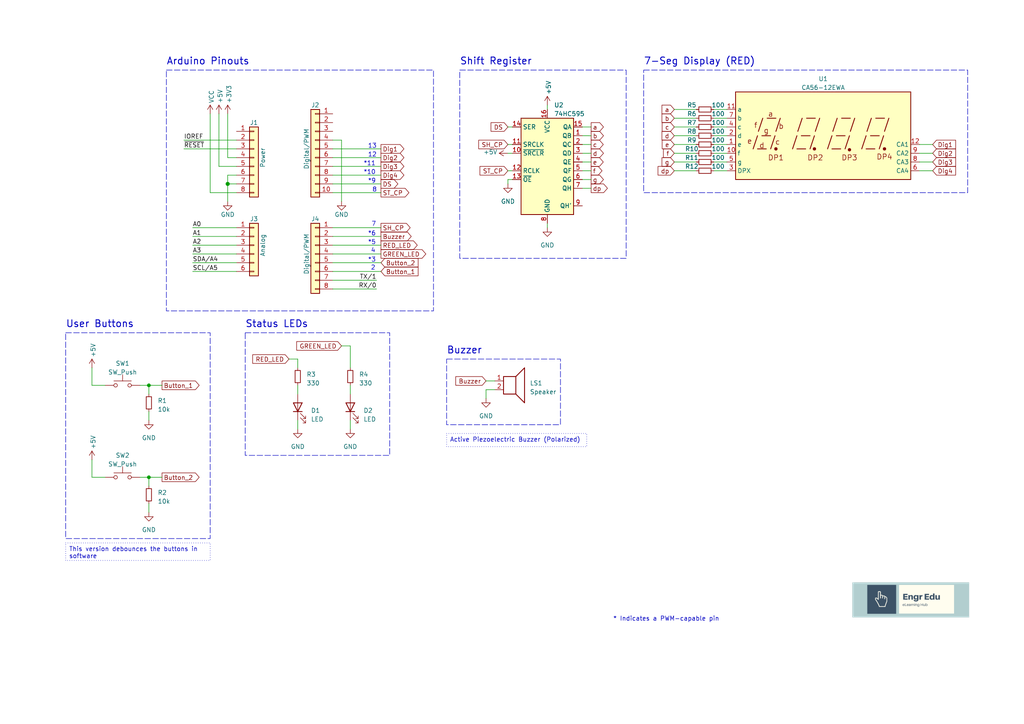
<source format=kicad_sch>
(kicad_sch (version 20230121) (generator eeschema)

  (uuid e63e39d7-6ac0-4ffd-8aa3-1841a4541b55)

  (paper "A4")

  (title_block
    (title "Arduino Uno Shield")
    (date "2023-03-22")
    (rev "1.0")
  )

  (lib_symbols
    (symbol "74xx:74HC595" (in_bom yes) (on_board yes)
      (property "Reference" "U" (at -7.62 13.97 0)
        (effects (font (size 1.27 1.27)))
      )
      (property "Value" "74HC595" (at -7.62 -16.51 0)
        (effects (font (size 1.27 1.27)))
      )
      (property "Footprint" "" (at 0 0 0)
        (effects (font (size 1.27 1.27)) hide)
      )
      (property "Datasheet" "http://www.ti.com/lit/ds/symlink/sn74hc595.pdf" (at 0 0 0)
        (effects (font (size 1.27 1.27)) hide)
      )
      (property "ki_keywords" "HCMOS SR 3State" (at 0 0 0)
        (effects (font (size 1.27 1.27)) hide)
      )
      (property "ki_description" "8-bit serial in/out Shift Register 3-State Outputs" (at 0 0 0)
        (effects (font (size 1.27 1.27)) hide)
      )
      (property "ki_fp_filters" "DIP*W7.62mm* SOIC*3.9x9.9mm*P1.27mm* TSSOP*4.4x5mm*P0.65mm* SOIC*5.3x10.2mm*P1.27mm* SOIC*7.5x10.3mm*P1.27mm*" (at 0 0 0)
        (effects (font (size 1.27 1.27)) hide)
      )
      (symbol "74HC595_1_0"
        (pin tri_state line (at 10.16 7.62 180) (length 2.54)
          (name "QB" (effects (font (size 1.27 1.27))))
          (number "1" (effects (font (size 1.27 1.27))))
        )
        (pin input line (at -10.16 2.54 0) (length 2.54)
          (name "~{SRCLR}" (effects (font (size 1.27 1.27))))
          (number "10" (effects (font (size 1.27 1.27))))
        )
        (pin input line (at -10.16 5.08 0) (length 2.54)
          (name "SRCLK" (effects (font (size 1.27 1.27))))
          (number "11" (effects (font (size 1.27 1.27))))
        )
        (pin input line (at -10.16 -2.54 0) (length 2.54)
          (name "RCLK" (effects (font (size 1.27 1.27))))
          (number "12" (effects (font (size 1.27 1.27))))
        )
        (pin input line (at -10.16 -5.08 0) (length 2.54)
          (name "~{OE}" (effects (font (size 1.27 1.27))))
          (number "13" (effects (font (size 1.27 1.27))))
        )
        (pin input line (at -10.16 10.16 0) (length 2.54)
          (name "SER" (effects (font (size 1.27 1.27))))
          (number "14" (effects (font (size 1.27 1.27))))
        )
        (pin tri_state line (at 10.16 10.16 180) (length 2.54)
          (name "QA" (effects (font (size 1.27 1.27))))
          (number "15" (effects (font (size 1.27 1.27))))
        )
        (pin power_in line (at 0 15.24 270) (length 2.54)
          (name "VCC" (effects (font (size 1.27 1.27))))
          (number "16" (effects (font (size 1.27 1.27))))
        )
        (pin tri_state line (at 10.16 5.08 180) (length 2.54)
          (name "QC" (effects (font (size 1.27 1.27))))
          (number "2" (effects (font (size 1.27 1.27))))
        )
        (pin tri_state line (at 10.16 2.54 180) (length 2.54)
          (name "QD" (effects (font (size 1.27 1.27))))
          (number "3" (effects (font (size 1.27 1.27))))
        )
        (pin tri_state line (at 10.16 0 180) (length 2.54)
          (name "QE" (effects (font (size 1.27 1.27))))
          (number "4" (effects (font (size 1.27 1.27))))
        )
        (pin tri_state line (at 10.16 -2.54 180) (length 2.54)
          (name "QF" (effects (font (size 1.27 1.27))))
          (number "5" (effects (font (size 1.27 1.27))))
        )
        (pin tri_state line (at 10.16 -5.08 180) (length 2.54)
          (name "QG" (effects (font (size 1.27 1.27))))
          (number "6" (effects (font (size 1.27 1.27))))
        )
        (pin tri_state line (at 10.16 -7.62 180) (length 2.54)
          (name "QH" (effects (font (size 1.27 1.27))))
          (number "7" (effects (font (size 1.27 1.27))))
        )
        (pin power_in line (at 0 -17.78 90) (length 2.54)
          (name "GND" (effects (font (size 1.27 1.27))))
          (number "8" (effects (font (size 1.27 1.27))))
        )
        (pin output line (at 10.16 -12.7 180) (length 2.54)
          (name "QH'" (effects (font (size 1.27 1.27))))
          (number "9" (effects (font (size 1.27 1.27))))
        )
      )
      (symbol "74HC595_1_1"
        (rectangle (start -7.62 12.7) (end 7.62 -15.24)
          (stroke (width 0.254) (type default))
          (fill (type background))
        )
      )
    )
    (symbol "Connector_Generic:Conn_01x06" (pin_names (offset 1.016) hide) (in_bom yes) (on_board yes)
      (property "Reference" "J" (at 0 7.62 0)
        (effects (font (size 1.27 1.27)))
      )
      (property "Value" "Conn_01x06" (at 0 -10.16 0)
        (effects (font (size 1.27 1.27)))
      )
      (property "Footprint" "" (at 0 0 0)
        (effects (font (size 1.27 1.27)) hide)
      )
      (property "Datasheet" "~" (at 0 0 0)
        (effects (font (size 1.27 1.27)) hide)
      )
      (property "ki_keywords" "connector" (at 0 0 0)
        (effects (font (size 1.27 1.27)) hide)
      )
      (property "ki_description" "Generic connector, single row, 01x06, script generated (kicad-library-utils/schlib/autogen/connector/)" (at 0 0 0)
        (effects (font (size 1.27 1.27)) hide)
      )
      (property "ki_fp_filters" "Connector*:*_1x??_*" (at 0 0 0)
        (effects (font (size 1.27 1.27)) hide)
      )
      (symbol "Conn_01x06_1_1"
        (rectangle (start -1.27 -7.493) (end 0 -7.747)
          (stroke (width 0.1524) (type default))
          (fill (type none))
        )
        (rectangle (start -1.27 -4.953) (end 0 -5.207)
          (stroke (width 0.1524) (type default))
          (fill (type none))
        )
        (rectangle (start -1.27 -2.413) (end 0 -2.667)
          (stroke (width 0.1524) (type default))
          (fill (type none))
        )
        (rectangle (start -1.27 0.127) (end 0 -0.127)
          (stroke (width 0.1524) (type default))
          (fill (type none))
        )
        (rectangle (start -1.27 2.667) (end 0 2.413)
          (stroke (width 0.1524) (type default))
          (fill (type none))
        )
        (rectangle (start -1.27 5.207) (end 0 4.953)
          (stroke (width 0.1524) (type default))
          (fill (type none))
        )
        (rectangle (start -1.27 6.35) (end 1.27 -8.89)
          (stroke (width 0.254) (type default))
          (fill (type background))
        )
        (pin passive line (at -5.08 5.08 0) (length 3.81)
          (name "Pin_1" (effects (font (size 1.27 1.27))))
          (number "1" (effects (font (size 1.27 1.27))))
        )
        (pin passive line (at -5.08 2.54 0) (length 3.81)
          (name "Pin_2" (effects (font (size 1.27 1.27))))
          (number "2" (effects (font (size 1.27 1.27))))
        )
        (pin passive line (at -5.08 0 0) (length 3.81)
          (name "Pin_3" (effects (font (size 1.27 1.27))))
          (number "3" (effects (font (size 1.27 1.27))))
        )
        (pin passive line (at -5.08 -2.54 0) (length 3.81)
          (name "Pin_4" (effects (font (size 1.27 1.27))))
          (number "4" (effects (font (size 1.27 1.27))))
        )
        (pin passive line (at -5.08 -5.08 0) (length 3.81)
          (name "Pin_5" (effects (font (size 1.27 1.27))))
          (number "5" (effects (font (size 1.27 1.27))))
        )
        (pin passive line (at -5.08 -7.62 0) (length 3.81)
          (name "Pin_6" (effects (font (size 1.27 1.27))))
          (number "6" (effects (font (size 1.27 1.27))))
        )
      )
    )
    (symbol "Connector_Generic:Conn_01x08" (pin_names (offset 1.016) hide) (in_bom yes) (on_board yes)
      (property "Reference" "J" (at 0 10.16 0)
        (effects (font (size 1.27 1.27)))
      )
      (property "Value" "Conn_01x08" (at 0 -12.7 0)
        (effects (font (size 1.27 1.27)))
      )
      (property "Footprint" "" (at 0 0 0)
        (effects (font (size 1.27 1.27)) hide)
      )
      (property "Datasheet" "~" (at 0 0 0)
        (effects (font (size 1.27 1.27)) hide)
      )
      (property "ki_keywords" "connector" (at 0 0 0)
        (effects (font (size 1.27 1.27)) hide)
      )
      (property "ki_description" "Generic connector, single row, 01x08, script generated (kicad-library-utils/schlib/autogen/connector/)" (at 0 0 0)
        (effects (font (size 1.27 1.27)) hide)
      )
      (property "ki_fp_filters" "Connector*:*_1x??_*" (at 0 0 0)
        (effects (font (size 1.27 1.27)) hide)
      )
      (symbol "Conn_01x08_1_1"
        (rectangle (start -1.27 -10.033) (end 0 -10.287)
          (stroke (width 0.1524) (type default))
          (fill (type none))
        )
        (rectangle (start -1.27 -7.493) (end 0 -7.747)
          (stroke (width 0.1524) (type default))
          (fill (type none))
        )
        (rectangle (start -1.27 -4.953) (end 0 -5.207)
          (stroke (width 0.1524) (type default))
          (fill (type none))
        )
        (rectangle (start -1.27 -2.413) (end 0 -2.667)
          (stroke (width 0.1524) (type default))
          (fill (type none))
        )
        (rectangle (start -1.27 0.127) (end 0 -0.127)
          (stroke (width 0.1524) (type default))
          (fill (type none))
        )
        (rectangle (start -1.27 2.667) (end 0 2.413)
          (stroke (width 0.1524) (type default))
          (fill (type none))
        )
        (rectangle (start -1.27 5.207) (end 0 4.953)
          (stroke (width 0.1524) (type default))
          (fill (type none))
        )
        (rectangle (start -1.27 7.747) (end 0 7.493)
          (stroke (width 0.1524) (type default))
          (fill (type none))
        )
        (rectangle (start -1.27 8.89) (end 1.27 -11.43)
          (stroke (width 0.254) (type default))
          (fill (type background))
        )
        (pin passive line (at -5.08 7.62 0) (length 3.81)
          (name "Pin_1" (effects (font (size 1.27 1.27))))
          (number "1" (effects (font (size 1.27 1.27))))
        )
        (pin passive line (at -5.08 5.08 0) (length 3.81)
          (name "Pin_2" (effects (font (size 1.27 1.27))))
          (number "2" (effects (font (size 1.27 1.27))))
        )
        (pin passive line (at -5.08 2.54 0) (length 3.81)
          (name "Pin_3" (effects (font (size 1.27 1.27))))
          (number "3" (effects (font (size 1.27 1.27))))
        )
        (pin passive line (at -5.08 0 0) (length 3.81)
          (name "Pin_4" (effects (font (size 1.27 1.27))))
          (number "4" (effects (font (size 1.27 1.27))))
        )
        (pin passive line (at -5.08 -2.54 0) (length 3.81)
          (name "Pin_5" (effects (font (size 1.27 1.27))))
          (number "5" (effects (font (size 1.27 1.27))))
        )
        (pin passive line (at -5.08 -5.08 0) (length 3.81)
          (name "Pin_6" (effects (font (size 1.27 1.27))))
          (number "6" (effects (font (size 1.27 1.27))))
        )
        (pin passive line (at -5.08 -7.62 0) (length 3.81)
          (name "Pin_7" (effects (font (size 1.27 1.27))))
          (number "7" (effects (font (size 1.27 1.27))))
        )
        (pin passive line (at -5.08 -10.16 0) (length 3.81)
          (name "Pin_8" (effects (font (size 1.27 1.27))))
          (number "8" (effects (font (size 1.27 1.27))))
        )
      )
    )
    (symbol "Connector_Generic:Conn_01x10" (pin_names (offset 1.016) hide) (in_bom yes) (on_board yes)
      (property "Reference" "J" (at 0 12.7 0)
        (effects (font (size 1.27 1.27)))
      )
      (property "Value" "Conn_01x10" (at 0 -15.24 0)
        (effects (font (size 1.27 1.27)))
      )
      (property "Footprint" "" (at 0 0 0)
        (effects (font (size 1.27 1.27)) hide)
      )
      (property "Datasheet" "~" (at 0 0 0)
        (effects (font (size 1.27 1.27)) hide)
      )
      (property "ki_keywords" "connector" (at 0 0 0)
        (effects (font (size 1.27 1.27)) hide)
      )
      (property "ki_description" "Generic connector, single row, 01x10, script generated (kicad-library-utils/schlib/autogen/connector/)" (at 0 0 0)
        (effects (font (size 1.27 1.27)) hide)
      )
      (property "ki_fp_filters" "Connector*:*_1x??_*" (at 0 0 0)
        (effects (font (size 1.27 1.27)) hide)
      )
      (symbol "Conn_01x10_1_1"
        (rectangle (start -1.27 -12.573) (end 0 -12.827)
          (stroke (width 0.1524) (type default))
          (fill (type none))
        )
        (rectangle (start -1.27 -10.033) (end 0 -10.287)
          (stroke (width 0.1524) (type default))
          (fill (type none))
        )
        (rectangle (start -1.27 -7.493) (end 0 -7.747)
          (stroke (width 0.1524) (type default))
          (fill (type none))
        )
        (rectangle (start -1.27 -4.953) (end 0 -5.207)
          (stroke (width 0.1524) (type default))
          (fill (type none))
        )
        (rectangle (start -1.27 -2.413) (end 0 -2.667)
          (stroke (width 0.1524) (type default))
          (fill (type none))
        )
        (rectangle (start -1.27 0.127) (end 0 -0.127)
          (stroke (width 0.1524) (type default))
          (fill (type none))
        )
        (rectangle (start -1.27 2.667) (end 0 2.413)
          (stroke (width 0.1524) (type default))
          (fill (type none))
        )
        (rectangle (start -1.27 5.207) (end 0 4.953)
          (stroke (width 0.1524) (type default))
          (fill (type none))
        )
        (rectangle (start -1.27 7.747) (end 0 7.493)
          (stroke (width 0.1524) (type default))
          (fill (type none))
        )
        (rectangle (start -1.27 10.287) (end 0 10.033)
          (stroke (width 0.1524) (type default))
          (fill (type none))
        )
        (rectangle (start -1.27 11.43) (end 1.27 -13.97)
          (stroke (width 0.254) (type default))
          (fill (type background))
        )
        (pin passive line (at -5.08 10.16 0) (length 3.81)
          (name "Pin_1" (effects (font (size 1.27 1.27))))
          (number "1" (effects (font (size 1.27 1.27))))
        )
        (pin passive line (at -5.08 -12.7 0) (length 3.81)
          (name "Pin_10" (effects (font (size 1.27 1.27))))
          (number "10" (effects (font (size 1.27 1.27))))
        )
        (pin passive line (at -5.08 7.62 0) (length 3.81)
          (name "Pin_2" (effects (font (size 1.27 1.27))))
          (number "2" (effects (font (size 1.27 1.27))))
        )
        (pin passive line (at -5.08 5.08 0) (length 3.81)
          (name "Pin_3" (effects (font (size 1.27 1.27))))
          (number "3" (effects (font (size 1.27 1.27))))
        )
        (pin passive line (at -5.08 2.54 0) (length 3.81)
          (name "Pin_4" (effects (font (size 1.27 1.27))))
          (number "4" (effects (font (size 1.27 1.27))))
        )
        (pin passive line (at -5.08 0 0) (length 3.81)
          (name "Pin_5" (effects (font (size 1.27 1.27))))
          (number "5" (effects (font (size 1.27 1.27))))
        )
        (pin passive line (at -5.08 -2.54 0) (length 3.81)
          (name "Pin_6" (effects (font (size 1.27 1.27))))
          (number "6" (effects (font (size 1.27 1.27))))
        )
        (pin passive line (at -5.08 -5.08 0) (length 3.81)
          (name "Pin_7" (effects (font (size 1.27 1.27))))
          (number "7" (effects (font (size 1.27 1.27))))
        )
        (pin passive line (at -5.08 -7.62 0) (length 3.81)
          (name "Pin_8" (effects (font (size 1.27 1.27))))
          (number "8" (effects (font (size 1.27 1.27))))
        )
        (pin passive line (at -5.08 -10.16 0) (length 3.81)
          (name "Pin_9" (effects (font (size 1.27 1.27))))
          (number "9" (effects (font (size 1.27 1.27))))
        )
      )
    )
    (symbol "Device:LED" (pin_numbers hide) (pin_names (offset 1.016) hide) (in_bom yes) (on_board yes)
      (property "Reference" "D" (at 0 2.54 0)
        (effects (font (size 1.27 1.27)))
      )
      (property "Value" "LED" (at 0 -2.54 0)
        (effects (font (size 1.27 1.27)))
      )
      (property "Footprint" "" (at 0 0 0)
        (effects (font (size 1.27 1.27)) hide)
      )
      (property "Datasheet" "~" (at 0 0 0)
        (effects (font (size 1.27 1.27)) hide)
      )
      (property "ki_keywords" "LED diode" (at 0 0 0)
        (effects (font (size 1.27 1.27)) hide)
      )
      (property "ki_description" "Light emitting diode" (at 0 0 0)
        (effects (font (size 1.27 1.27)) hide)
      )
      (property "ki_fp_filters" "LED* LED_SMD:* LED_THT:*" (at 0 0 0)
        (effects (font (size 1.27 1.27)) hide)
      )
      (symbol "LED_0_1"
        (polyline
          (pts
            (xy -1.27 -1.27)
            (xy -1.27 1.27)
          )
          (stroke (width 0.254) (type default))
          (fill (type none))
        )
        (polyline
          (pts
            (xy -1.27 0)
            (xy 1.27 0)
          )
          (stroke (width 0) (type default))
          (fill (type none))
        )
        (polyline
          (pts
            (xy 1.27 -1.27)
            (xy 1.27 1.27)
            (xy -1.27 0)
            (xy 1.27 -1.27)
          )
          (stroke (width 0.254) (type default))
          (fill (type none))
        )
        (polyline
          (pts
            (xy -3.048 -0.762)
            (xy -4.572 -2.286)
            (xy -3.81 -2.286)
            (xy -4.572 -2.286)
            (xy -4.572 -1.524)
          )
          (stroke (width 0) (type default))
          (fill (type none))
        )
        (polyline
          (pts
            (xy -1.778 -0.762)
            (xy -3.302 -2.286)
            (xy -2.54 -2.286)
            (xy -3.302 -2.286)
            (xy -3.302 -1.524)
          )
          (stroke (width 0) (type default))
          (fill (type none))
        )
      )
      (symbol "LED_1_1"
        (pin passive line (at -3.81 0 0) (length 2.54)
          (name "K" (effects (font (size 1.27 1.27))))
          (number "1" (effects (font (size 1.27 1.27))))
        )
        (pin passive line (at 3.81 0 180) (length 2.54)
          (name "A" (effects (font (size 1.27 1.27))))
          (number "2" (effects (font (size 1.27 1.27))))
        )
      )
    )
    (symbol "Device:R_Small" (pin_numbers hide) (pin_names (offset 0.254) hide) (in_bom yes) (on_board yes)
      (property "Reference" "R" (at 0.762 0.508 0)
        (effects (font (size 1.27 1.27)) (justify left))
      )
      (property "Value" "R_Small" (at 0.762 -1.016 0)
        (effects (font (size 1.27 1.27)) (justify left))
      )
      (property "Footprint" "" (at 0 0 0)
        (effects (font (size 1.27 1.27)) hide)
      )
      (property "Datasheet" "~" (at 0 0 0)
        (effects (font (size 1.27 1.27)) hide)
      )
      (property "ki_keywords" "R resistor" (at 0 0 0)
        (effects (font (size 1.27 1.27)) hide)
      )
      (property "ki_description" "Resistor, small symbol" (at 0 0 0)
        (effects (font (size 1.27 1.27)) hide)
      )
      (property "ki_fp_filters" "R_*" (at 0 0 0)
        (effects (font (size 1.27 1.27)) hide)
      )
      (symbol "R_Small_0_1"
        (rectangle (start -0.762 1.778) (end 0.762 -1.778)
          (stroke (width 0.2032) (type default))
          (fill (type none))
        )
      )
      (symbol "R_Small_1_1"
        (pin passive line (at 0 2.54 270) (length 0.762)
          (name "~" (effects (font (size 1.27 1.27))))
          (number "1" (effects (font (size 1.27 1.27))))
        )
        (pin passive line (at 0 -2.54 90) (length 0.762)
          (name "~" (effects (font (size 1.27 1.27))))
          (number "2" (effects (font (size 1.27 1.27))))
        )
      )
    )
    (symbol "Device:Speaker" (pin_names (offset 0) hide) (in_bom yes) (on_board yes)
      (property "Reference" "LS" (at 1.27 5.715 0)
        (effects (font (size 1.27 1.27)) (justify right))
      )
      (property "Value" "Speaker" (at 1.27 3.81 0)
        (effects (font (size 1.27 1.27)) (justify right))
      )
      (property "Footprint" "" (at 0 -5.08 0)
        (effects (font (size 1.27 1.27)) hide)
      )
      (property "Datasheet" "~" (at -0.254 -1.27 0)
        (effects (font (size 1.27 1.27)) hide)
      )
      (property "ki_keywords" "speaker sound" (at 0 0 0)
        (effects (font (size 1.27 1.27)) hide)
      )
      (property "ki_description" "Speaker" (at 0 0 0)
        (effects (font (size 1.27 1.27)) hide)
      )
      (symbol "Speaker_0_0"
        (rectangle (start -2.54 1.27) (end 1.016 -3.81)
          (stroke (width 0.254) (type default))
          (fill (type none))
        )
        (polyline
          (pts
            (xy 1.016 1.27)
            (xy 3.556 3.81)
            (xy 3.556 -6.35)
            (xy 1.016 -3.81)
          )
          (stroke (width 0.254) (type default))
          (fill (type none))
        )
      )
      (symbol "Speaker_1_1"
        (pin input line (at -5.08 0 0) (length 2.54)
          (name "1" (effects (font (size 1.27 1.27))))
          (number "1" (effects (font (size 1.27 1.27))))
        )
        (pin input line (at -5.08 -2.54 0) (length 2.54)
          (name "2" (effects (font (size 1.27 1.27))))
          (number "2" (effects (font (size 1.27 1.27))))
        )
      )
    )
    (symbol "Display_Character:CA56-12EWA" (in_bom yes) (on_board yes)
      (property "Reference" "U" (at -24.13 13.97 0)
        (effects (font (size 1.27 1.27)))
      )
      (property "Value" "CA56-12EWA" (at 19.05 13.97 0)
        (effects (font (size 1.27 1.27)))
      )
      (property "Footprint" "Display_7Segment:CA56-12EWA" (at 0 -15.24 0)
        (effects (font (size 1.27 1.27)) hide)
      )
      (property "Datasheet" "http://www.kingbrightusa.com/images/catalog/SPEC/CA56-12EWA.pdf" (at -10.922 0.762 0)
        (effects (font (size 1.27 1.27)) hide)
      )
      (property "ki_keywords" "display LED 7-segment" (at 0 0 0)
        (effects (font (size 1.27 1.27)) hide)
      )
      (property "ki_description" "4 digit 7 segment high efficiency red LED, common anode" (at 0 0 0)
        (effects (font (size 1.27 1.27)) hide)
      )
      (property "ki_fp_filters" "*CA56*12EWA*" (at 0 0 0)
        (effects (font (size 1.27 1.27)) hide)
      )
      (symbol "CA56-12EWA_0_0"
        (rectangle (start -25.4 12.7) (end 25.4 -12.7)
          (stroke (width 0.254) (type default))
          (fill (type background))
        )
        (polyline
          (pts
            (xy -20.32 -3.81)
            (xy -19.05 0)
          )
          (stroke (width 0.254) (type default))
          (fill (type none))
        )
        (polyline
          (pts
            (xy -19.05 -3.81)
            (xy -16.51 -3.81)
          )
          (stroke (width 0.254) (type default))
          (fill (type none))
        )
        (polyline
          (pts
            (xy -18.796 1.27)
            (xy -17.526 5.08)
          )
          (stroke (width 0.254) (type default))
          (fill (type none))
        )
        (polyline
          (pts
            (xy -17.78 0)
            (xy -15.24 0)
          )
          (stroke (width 0.254) (type default))
          (fill (type none))
        )
        (polyline
          (pts
            (xy -16.256 5.08)
            (xy -13.716 5.08)
          )
          (stroke (width 0.254) (type default))
          (fill (type none))
        )
        (polyline
          (pts
            (xy -15.24 -3.81)
            (xy -13.97 0)
          )
          (stroke (width 0.254) (type default))
          (fill (type none))
        )
        (polyline
          (pts
            (xy -13.716 1.27)
            (xy -12.446 5.08)
          )
          (stroke (width 0.254) (type default))
          (fill (type none))
        )
        (polyline
          (pts
            (xy -8.89 -3.81)
            (xy -7.62 0)
          )
          (stroke (width 0.254) (type default))
          (fill (type none))
        )
        (polyline
          (pts
            (xy -7.62 -3.81)
            (xy -5.08 -3.81)
          )
          (stroke (width 0.254) (type default))
          (fill (type none))
        )
        (polyline
          (pts
            (xy -7.366 1.27)
            (xy -6.096 5.08)
          )
          (stroke (width 0.254) (type default))
          (fill (type none))
        )
        (polyline
          (pts
            (xy -6.35 0)
            (xy -3.81 0)
          )
          (stroke (width 0.254) (type default))
          (fill (type none))
        )
        (polyline
          (pts
            (xy -4.826 5.08)
            (xy -2.286 5.08)
          )
          (stroke (width 0.254) (type default))
          (fill (type none))
        )
        (polyline
          (pts
            (xy -3.81 -3.81)
            (xy -2.54 0)
          )
          (stroke (width 0.254) (type default))
          (fill (type none))
        )
        (polyline
          (pts
            (xy -2.286 1.27)
            (xy -1.016 5.08)
          )
          (stroke (width 0.254) (type default))
          (fill (type none))
        )
        (polyline
          (pts
            (xy 1.27 -3.81)
            (xy 2.54 0)
          )
          (stroke (width 0.254) (type default))
          (fill (type none))
        )
        (polyline
          (pts
            (xy 2.54 -3.81)
            (xy 5.08 -3.81)
          )
          (stroke (width 0.254) (type default))
          (fill (type none))
        )
        (polyline
          (pts
            (xy 2.794 1.27)
            (xy 4.064 5.08)
          )
          (stroke (width 0.254) (type default))
          (fill (type none))
        )
        (polyline
          (pts
            (xy 3.81 0)
            (xy 6.35 0)
          )
          (stroke (width 0.254) (type default))
          (fill (type none))
        )
        (polyline
          (pts
            (xy 5.334 5.08)
            (xy 7.874 5.08)
          )
          (stroke (width 0.254) (type default))
          (fill (type none))
        )
        (polyline
          (pts
            (xy 6.35 -3.81)
            (xy 7.62 0)
          )
          (stroke (width 0.254) (type default))
          (fill (type none))
        )
        (polyline
          (pts
            (xy 7.874 1.27)
            (xy 9.144 5.08)
          )
          (stroke (width 0.254) (type default))
          (fill (type none))
        )
        (polyline
          (pts
            (xy 11.176 -3.81)
            (xy 12.446 0)
          )
          (stroke (width 0.254) (type default))
          (fill (type none))
        )
        (polyline
          (pts
            (xy 12.446 -3.81)
            (xy 14.986 -3.81)
          )
          (stroke (width 0.254) (type default))
          (fill (type none))
        )
        (polyline
          (pts
            (xy 12.7 1.27)
            (xy 13.97 5.08)
          )
          (stroke (width 0.254) (type default))
          (fill (type none))
        )
        (polyline
          (pts
            (xy 13.716 0)
            (xy 16.256 0)
          )
          (stroke (width 0.254) (type default))
          (fill (type none))
        )
        (polyline
          (pts
            (xy 15.24 5.08)
            (xy 17.78 5.08)
          )
          (stroke (width 0.254) (type default))
          (fill (type none))
        )
        (polyline
          (pts
            (xy 16.256 -3.81)
            (xy 17.526 0)
          )
          (stroke (width 0.254) (type default))
          (fill (type none))
        )
        (polyline
          (pts
            (xy 17.78 1.27)
            (xy 19.05 5.08)
          )
          (stroke (width 0.254) (type default))
          (fill (type none))
        )
        (text "a" (at -15.24 6.35 0)
          (effects (font (size 1.524 1.524)))
        )
        (text "b" (at -12.192 2.794 0)
          (effects (font (size 1.524 1.524)))
        )
        (text "c" (at -13.208 -1.778 0)
          (effects (font (size 1.524 1.524)))
        )
        (text "d" (at -17.78 -2.794 0)
          (effects (font (size 1.524 1.524)))
        )
        (text "DP1" (at -13.716 -6.35 0)
          (effects (font (size 1.524 1.524)))
        )
        (text "DP2" (at -2.286 -6.35 0)
          (effects (font (size 1.524 1.524)))
        )
        (text "DP3" (at 7.62 -6.35 0)
          (effects (font (size 1.524 1.524)))
        )
        (text "DP4" (at 17.78 -6.096 0)
          (effects (font (size 1.524 1.524)))
        )
        (text "e" (at -21.336 -1.524 0)
          (effects (font (size 1.524 1.524)))
        )
        (text "f" (at -19.558 3.048 0)
          (effects (font (size 1.524 1.524)))
        )
        (text "g" (at -16.51 1.524 0)
          (effects (font (size 1.524 1.524)))
        )
      )
      (symbol "CA56-12EWA_0_1"
        (circle (center -13.716 -3.81) (radius 0.3556)
          (stroke (width 0.254) (type default))
          (fill (type outline))
        )
        (circle (center -2.54 -3.81) (radius 0.3556)
          (stroke (width 0.254) (type default))
          (fill (type outline))
        )
      )
      (symbol "CA56-12EWA_1_0"
        (circle (center 7.62 -4.064) (radius 0.3556)
          (stroke (width 0.254) (type default))
          (fill (type outline))
        )
        (circle (center 17.78 -3.81) (radius 0.3556)
          (stroke (width 0.254) (type default))
          (fill (type outline))
        )
      )
      (symbol "CA56-12EWA_1_1"
        (pin input line (at -27.94 -2.54 0) (length 2.54)
          (name "e" (effects (font (size 1.27 1.27))))
          (number "1" (effects (font (size 1.27 1.27))))
        )
        (pin input line (at -27.94 -5.08 0) (length 2.54)
          (name "f" (effects (font (size 1.27 1.27))))
          (number "10" (effects (font (size 1.27 1.27))))
        )
        (pin input line (at -27.94 7.62 0) (length 2.54)
          (name "a" (effects (font (size 1.27 1.27))))
          (number "11" (effects (font (size 1.27 1.27))))
        )
        (pin input line (at 27.94 -2.54 180) (length 2.54)
          (name "CA1" (effects (font (size 1.27 1.27))))
          (number "12" (effects (font (size 1.27 1.27))))
        )
        (pin input line (at -27.94 0 0) (length 2.54)
          (name "d" (effects (font (size 1.27 1.27))))
          (number "2" (effects (font (size 1.27 1.27))))
        )
        (pin input line (at -27.94 -10.16 0) (length 2.54)
          (name "DPX" (effects (font (size 1.27 1.27))))
          (number "3" (effects (font (size 1.27 1.27))))
        )
        (pin input line (at -27.94 2.54 0) (length 2.54)
          (name "c" (effects (font (size 1.27 1.27))))
          (number "4" (effects (font (size 1.27 1.27))))
        )
        (pin input line (at -27.94 -7.62 0) (length 2.54)
          (name "g" (effects (font (size 1.27 1.27))))
          (number "5" (effects (font (size 1.27 1.27))))
        )
        (pin input line (at 27.94 -10.16 180) (length 2.54)
          (name "CA4" (effects (font (size 1.27 1.27))))
          (number "6" (effects (font (size 1.27 1.27))))
        )
        (pin input line (at -27.94 5.08 0) (length 2.54)
          (name "b" (effects (font (size 1.27 1.27))))
          (number "7" (effects (font (size 1.27 1.27))))
        )
        (pin input line (at 27.94 -7.62 180) (length 2.54)
          (name "CA3" (effects (font (size 1.27 1.27))))
          (number "8" (effects (font (size 1.27 1.27))))
        )
        (pin input line (at 27.94 -5.08 180) (length 2.54)
          (name "CA2" (effects (font (size 1.27 1.27))))
          (number "9" (effects (font (size 1.27 1.27))))
        )
      )
    )
    (symbol "GND_1" (power) (pin_names (offset 0)) (in_bom yes) (on_board yes)
      (property "Reference" "#PWR" (at 0 -6.35 0)
        (effects (font (size 1.27 1.27)) hide)
      )
      (property "Value" "GND_1" (at 0 -3.81 0)
        (effects (font (size 1.27 1.27)))
      )
      (property "Footprint" "" (at 0 0 0)
        (effects (font (size 1.27 1.27)) hide)
      )
      (property "Datasheet" "" (at 0 0 0)
        (effects (font (size 1.27 1.27)) hide)
      )
      (property "ki_keywords" "global power" (at 0 0 0)
        (effects (font (size 1.27 1.27)) hide)
      )
      (property "ki_description" "Power symbol creates a global label with name \"GND\" , ground" (at 0 0 0)
        (effects (font (size 1.27 1.27)) hide)
      )
      (symbol "GND_1_0_1"
        (polyline
          (pts
            (xy 0 0)
            (xy 0 -1.27)
            (xy 1.27 -1.27)
            (xy 0 -2.54)
            (xy -1.27 -1.27)
            (xy 0 -1.27)
          )
          (stroke (width 0) (type default))
          (fill (type none))
        )
      )
      (symbol "GND_1_1_1"
        (pin power_in line (at 0 0 270) (length 0) hide
          (name "GND" (effects (font (size 1.27 1.27))))
          (number "1" (effects (font (size 1.27 1.27))))
        )
      )
    )
    (symbol "GND_2" (power) (pin_names (offset 0)) (in_bom yes) (on_board yes)
      (property "Reference" "#PWR" (at 0 -6.35 0)
        (effects (font (size 1.27 1.27)) hide)
      )
      (property "Value" "GND_2" (at 0 -3.81 0)
        (effects (font (size 1.27 1.27)))
      )
      (property "Footprint" "" (at 0 0 0)
        (effects (font (size 1.27 1.27)) hide)
      )
      (property "Datasheet" "" (at 0 0 0)
        (effects (font (size 1.27 1.27)) hide)
      )
      (property "ki_keywords" "global power" (at 0 0 0)
        (effects (font (size 1.27 1.27)) hide)
      )
      (property "ki_description" "Power symbol creates a global label with name \"GND\" , ground" (at 0 0 0)
        (effects (font (size 1.27 1.27)) hide)
      )
      (symbol "GND_2_0_1"
        (polyline
          (pts
            (xy 0 0)
            (xy 0 -1.27)
            (xy 1.27 -1.27)
            (xy 0 -2.54)
            (xy -1.27 -1.27)
            (xy 0 -1.27)
          )
          (stroke (width 0) (type default))
          (fill (type none))
        )
      )
      (symbol "GND_2_1_1"
        (pin power_in line (at 0 0 270) (length 0) hide
          (name "GND" (effects (font (size 1.27 1.27))))
          (number "1" (effects (font (size 1.27 1.27))))
        )
      )
    )
    (symbol "GND_3" (power) (pin_names (offset 0)) (in_bom yes) (on_board yes)
      (property "Reference" "#PWR" (at 0 -6.35 0)
        (effects (font (size 1.27 1.27)) hide)
      )
      (property "Value" "GND_3" (at 0 -3.81 0)
        (effects (font (size 1.27 1.27)))
      )
      (property "Footprint" "" (at 0 0 0)
        (effects (font (size 1.27 1.27)) hide)
      )
      (property "Datasheet" "" (at 0 0 0)
        (effects (font (size 1.27 1.27)) hide)
      )
      (property "ki_keywords" "global power" (at 0 0 0)
        (effects (font (size 1.27 1.27)) hide)
      )
      (property "ki_description" "Power symbol creates a global label with name \"GND\" , ground" (at 0 0 0)
        (effects (font (size 1.27 1.27)) hide)
      )
      (symbol "GND_3_0_1"
        (polyline
          (pts
            (xy 0 0)
            (xy 0 -1.27)
            (xy 1.27 -1.27)
            (xy 0 -2.54)
            (xy -1.27 -1.27)
            (xy 0 -1.27)
          )
          (stroke (width 0) (type default))
          (fill (type none))
        )
      )
      (symbol "GND_3_1_1"
        (pin power_in line (at 0 0 270) (length 0) hide
          (name "GND" (effects (font (size 1.27 1.27))))
          (number "1" (effects (font (size 1.27 1.27))))
        )
      )
    )
    (symbol "Switch:SW_Push" (pin_numbers hide) (pin_names (offset 1.016) hide) (in_bom yes) (on_board yes)
      (property "Reference" "SW" (at 1.27 2.54 0)
        (effects (font (size 1.27 1.27)) (justify left))
      )
      (property "Value" "SW_Push" (at 0 -1.524 0)
        (effects (font (size 1.27 1.27)))
      )
      (property "Footprint" "" (at 0 5.08 0)
        (effects (font (size 1.27 1.27)) hide)
      )
      (property "Datasheet" "~" (at 0 5.08 0)
        (effects (font (size 1.27 1.27)) hide)
      )
      (property "ki_keywords" "switch normally-open pushbutton push-button" (at 0 0 0)
        (effects (font (size 1.27 1.27)) hide)
      )
      (property "ki_description" "Push button switch, generic, two pins" (at 0 0 0)
        (effects (font (size 1.27 1.27)) hide)
      )
      (symbol "SW_Push_0_1"
        (circle (center -2.032 0) (radius 0.508)
          (stroke (width 0) (type default))
          (fill (type none))
        )
        (polyline
          (pts
            (xy 0 1.27)
            (xy 0 3.048)
          )
          (stroke (width 0) (type default))
          (fill (type none))
        )
        (polyline
          (pts
            (xy 2.54 1.27)
            (xy -2.54 1.27)
          )
          (stroke (width 0) (type default))
          (fill (type none))
        )
        (circle (center 2.032 0) (radius 0.508)
          (stroke (width 0) (type default))
          (fill (type none))
        )
        (pin passive line (at -5.08 0 0) (length 2.54)
          (name "1" (effects (font (size 1.27 1.27))))
          (number "1" (effects (font (size 1.27 1.27))))
        )
        (pin passive line (at 5.08 0 180) (length 2.54)
          (name "2" (effects (font (size 1.27 1.27))))
          (number "2" (effects (font (size 1.27 1.27))))
        )
      )
    )
    (symbol "power:+3V3" (power) (pin_names (offset 0)) (in_bom yes) (on_board yes)
      (property "Reference" "#PWR" (at 0 -3.81 0)
        (effects (font (size 1.27 1.27)) hide)
      )
      (property "Value" "+3V3" (at 0 3.556 0)
        (effects (font (size 1.27 1.27)))
      )
      (property "Footprint" "" (at 0 0 0)
        (effects (font (size 1.27 1.27)) hide)
      )
      (property "Datasheet" "" (at 0 0 0)
        (effects (font (size 1.27 1.27)) hide)
      )
      (property "ki_keywords" "power-flag" (at 0 0 0)
        (effects (font (size 1.27 1.27)) hide)
      )
      (property "ki_description" "Power symbol creates a global label with name \"+3V3\"" (at 0 0 0)
        (effects (font (size 1.27 1.27)) hide)
      )
      (symbol "+3V3_0_1"
        (polyline
          (pts
            (xy -0.762 1.27)
            (xy 0 2.54)
          )
          (stroke (width 0) (type default))
          (fill (type none))
        )
        (polyline
          (pts
            (xy 0 0)
            (xy 0 2.54)
          )
          (stroke (width 0) (type default))
          (fill (type none))
        )
        (polyline
          (pts
            (xy 0 2.54)
            (xy 0.762 1.27)
          )
          (stroke (width 0) (type default))
          (fill (type none))
        )
      )
      (symbol "+3V3_1_1"
        (pin power_in line (at 0 0 90) (length 0) hide
          (name "+3V3" (effects (font (size 1.27 1.27))))
          (number "1" (effects (font (size 1.27 1.27))))
        )
      )
    )
    (symbol "power:+5V" (power) (pin_names (offset 0)) (in_bom yes) (on_board yes)
      (property "Reference" "#PWR" (at 0 -3.81 0)
        (effects (font (size 1.27 1.27)) hide)
      )
      (property "Value" "+5V" (at 0 3.556 0)
        (effects (font (size 1.27 1.27)))
      )
      (property "Footprint" "" (at 0 0 0)
        (effects (font (size 1.27 1.27)) hide)
      )
      (property "Datasheet" "" (at 0 0 0)
        (effects (font (size 1.27 1.27)) hide)
      )
      (property "ki_keywords" "power-flag" (at 0 0 0)
        (effects (font (size 1.27 1.27)) hide)
      )
      (property "ki_description" "Power symbol creates a global label with name \"+5V\"" (at 0 0 0)
        (effects (font (size 1.27 1.27)) hide)
      )
      (symbol "+5V_0_1"
        (polyline
          (pts
            (xy -0.762 1.27)
            (xy 0 2.54)
          )
          (stroke (width 0) (type default))
          (fill (type none))
        )
        (polyline
          (pts
            (xy 0 0)
            (xy 0 2.54)
          )
          (stroke (width 0) (type default))
          (fill (type none))
        )
        (polyline
          (pts
            (xy 0 2.54)
            (xy 0.762 1.27)
          )
          (stroke (width 0) (type default))
          (fill (type none))
        )
      )
      (symbol "+5V_1_1"
        (pin power_in line (at 0 0 90) (length 0) hide
          (name "+5V" (effects (font (size 1.27 1.27))))
          (number "1" (effects (font (size 1.27 1.27))))
        )
      )
    )
    (symbol "power:GND" (power) (pin_names (offset 0)) (in_bom yes) (on_board yes)
      (property "Reference" "#PWR" (at 0 -6.35 0)
        (effects (font (size 1.27 1.27)) hide)
      )
      (property "Value" "GND" (at 0 -3.81 0)
        (effects (font (size 1.27 1.27)))
      )
      (property "Footprint" "" (at 0 0 0)
        (effects (font (size 1.27 1.27)) hide)
      )
      (property "Datasheet" "" (at 0 0 0)
        (effects (font (size 1.27 1.27)) hide)
      )
      (property "ki_keywords" "power-flag" (at 0 0 0)
        (effects (font (size 1.27 1.27)) hide)
      )
      (property "ki_description" "Power symbol creates a global label with name \"GND\" , ground" (at 0 0 0)
        (effects (font (size 1.27 1.27)) hide)
      )
      (symbol "GND_0_1"
        (polyline
          (pts
            (xy 0 0)
            (xy 0 -1.27)
            (xy 1.27 -1.27)
            (xy 0 -2.54)
            (xy -1.27 -1.27)
            (xy 0 -1.27)
          )
          (stroke (width 0) (type default))
          (fill (type none))
        )
      )
      (symbol "GND_1_1"
        (pin power_in line (at 0 0 270) (length 0) hide
          (name "GND" (effects (font (size 1.27 1.27))))
          (number "1" (effects (font (size 1.27 1.27))))
        )
      )
    )
    (symbol "power:VCC" (power) (pin_names (offset 0)) (in_bom yes) (on_board yes)
      (property "Reference" "#PWR" (at 0 -3.81 0)
        (effects (font (size 1.27 1.27)) hide)
      )
      (property "Value" "VCC" (at 0 3.81 0)
        (effects (font (size 1.27 1.27)))
      )
      (property "Footprint" "" (at 0 0 0)
        (effects (font (size 1.27 1.27)) hide)
      )
      (property "Datasheet" "" (at 0 0 0)
        (effects (font (size 1.27 1.27)) hide)
      )
      (property "ki_keywords" "power-flag" (at 0 0 0)
        (effects (font (size 1.27 1.27)) hide)
      )
      (property "ki_description" "Power symbol creates a global label with name \"VCC\"" (at 0 0 0)
        (effects (font (size 1.27 1.27)) hide)
      )
      (symbol "VCC_0_1"
        (polyline
          (pts
            (xy -0.762 1.27)
            (xy 0 2.54)
          )
          (stroke (width 0) (type default))
          (fill (type none))
        )
        (polyline
          (pts
            (xy 0 0)
            (xy 0 2.54)
          )
          (stroke (width 0) (type default))
          (fill (type none))
        )
        (polyline
          (pts
            (xy 0 2.54)
            (xy 0.762 1.27)
          )
          (stroke (width 0) (type default))
          (fill (type none))
        )
      )
      (symbol "VCC_1_1"
        (pin power_in line (at 0 0 90) (length 0) hide
          (name "VCC" (effects (font (size 1.27 1.27))))
          (number "1" (effects (font (size 1.27 1.27))))
        )
      )
    )
  )

  (junction (at 66.04 53.34) (diameter 1.016) (color 0 0 0 0)
    (uuid 3dcc657b-55a1-48e0-9667-e01e7b6b08b5)
  )
  (junction (at 43.18 138.43) (diameter 0) (color 0 0 0 0)
    (uuid 8cffae50-cf82-40a6-8c3e-fbd319508201)
  )
  (junction (at 43.18 111.76) (diameter 0) (color 0 0 0 0)
    (uuid e93314a1-c264-4c68-99d0-86044df3296f)
  )

  (wire (pts (xy 96.52 83.82) (xy 109.22 83.82))
    (stroke (width 0) (type solid))
    (uuid 010ba307-2067-49d3-b0fa-6414143f3fc2)
  )
  (wire (pts (xy 158.75 64.77) (xy 158.75 66.04))
    (stroke (width 0) (type default))
    (uuid 07b7c007-8c25-4521-8695-c8a29039d1f9)
  )
  (wire (pts (xy 96.52 50.8) (xy 110.49 50.8))
    (stroke (width 0) (type solid))
    (uuid 09480ba4-37da-45e3-b9fe-6beebf876349)
  )
  (wire (pts (xy 43.18 138.43) (xy 43.18 140.97))
    (stroke (width 0) (type default))
    (uuid 0c49fdce-b256-4623-ab3a-c5b1ae31916f)
  )
  (wire (pts (xy 207.01 36.83) (xy 210.82 36.83))
    (stroke (width 0) (type default))
    (uuid 0e6dc5b5-93cb-4f28-a03b-3dcf573cfa01)
  )
  (wire (pts (xy 66.04 50.8) (xy 66.04 53.34))
    (stroke (width 0) (type solid))
    (uuid 1c31b835-925f-4a5c-92df-8f2558bb711b)
  )
  (wire (pts (xy 140.97 113.03) (xy 140.97 115.57))
    (stroke (width 0) (type default))
    (uuid 1e098859-1a9f-4519-8de3-70bb25f24f03)
  )
  (wire (pts (xy 168.91 36.83) (xy 171.45 36.83))
    (stroke (width 0) (type default))
    (uuid 21264b61-ce1c-4aba-a139-fb8ad4a2049b)
  )
  (wire (pts (xy 43.18 138.43) (xy 46.99 138.43))
    (stroke (width 0) (type default))
    (uuid 23383958-69a3-4920-aaf7-6339505d8e7f)
  )
  (wire (pts (xy 30.48 111.76) (xy 26.67 111.76))
    (stroke (width 0) (type default))
    (uuid 2562d5a5-2497-49e5-804f-e761cdd1e014)
  )
  (wire (pts (xy 43.18 111.76) (xy 43.18 114.3))
    (stroke (width 0) (type default))
    (uuid 2752d553-3dd7-407b-bc4a-c2f97c0f9967)
  )
  (wire (pts (xy 66.04 53.34) (xy 66.04 58.42))
    (stroke (width 0) (type solid))
    (uuid 2df788b2-ce68-49bc-a497-4b6570a17f30)
  )
  (wire (pts (xy 86.36 111.76) (xy 86.36 114.3))
    (stroke (width 0) (type default))
    (uuid 2f5e1c74-232b-48ab-a503-4c5127e65bbe)
  )
  (wire (pts (xy 66.04 45.72) (xy 68.58 45.72))
    (stroke (width 0) (type solid))
    (uuid 3334b11d-5a13-40b4-a117-d693c543e4ab)
  )
  (wire (pts (xy 63.5 48.26) (xy 68.58 48.26))
    (stroke (width 0) (type solid))
    (uuid 3661f80c-fef8-4441-83be-df8930b3b45e)
  )
  (wire (pts (xy 147.32 41.91) (xy 148.59 41.91))
    (stroke (width 0) (type default))
    (uuid 36e7387c-9107-4748-adc1-2f29eb71e738)
  )
  (wire (pts (xy 63.5 33.02) (xy 63.5 48.26))
    (stroke (width 0) (type solid))
    (uuid 392bf1f6-bf67-427d-8d4c-0a87cb757556)
  )
  (wire (pts (xy 55.88 78.74) (xy 68.58 78.74))
    (stroke (width 0) (type default))
    (uuid 3b8d4836-4abd-4635-b1b1-dddd83c3eb0a)
  )
  (wire (pts (xy 96.52 43.18) (xy 110.49 43.18))
    (stroke (width 0) (type solid))
    (uuid 4227fa6f-c399-4f14-8228-23e39d2b7e7d)
  )
  (wire (pts (xy 66.04 33.02) (xy 66.04 45.72))
    (stroke (width 0) (type solid))
    (uuid 442fb4de-4d55-45de-bc27-3e6222ceb890)
  )
  (wire (pts (xy 96.52 66.04) (xy 110.49 66.04))
    (stroke (width 0) (type solid))
    (uuid 4455ee2e-5642-42c1-a83b-f7e65fa0c2f1)
  )
  (wire (pts (xy 195.58 36.83) (xy 201.93 36.83))
    (stroke (width 0) (type default))
    (uuid 45f5ffa9-3cd1-496e-ae68-5a58d845ab85)
  )
  (wire (pts (xy 140.97 110.49) (xy 143.51 110.49))
    (stroke (width 0) (type default))
    (uuid 46fb8bdd-842a-4e90-b830-d3484a7fe70d)
  )
  (wire (pts (xy 68.58 66.04) (xy 55.88 66.04))
    (stroke (width 0) (type solid))
    (uuid 486ca832-85f4-4989-b0f4-569faf9be534)
  )
  (wire (pts (xy 266.7 44.45) (xy 270.51 44.45))
    (stroke (width 0) (type default))
    (uuid 4a04ec2c-dafa-4d63-bbc0-e34bce4028f1)
  )
  (wire (pts (xy 96.52 45.72) (xy 110.49 45.72))
    (stroke (width 0) (type solid))
    (uuid 4a910b57-a5cd-4105-ab4f-bde2a80d4f00)
  )
  (wire (pts (xy 101.6 100.33) (xy 101.6 106.68))
    (stroke (width 0) (type default))
    (uuid 4e0a8667-0b83-4d3d-916a-a8b0d3fe4f30)
  )
  (wire (pts (xy 96.52 68.58) (xy 110.49 68.58))
    (stroke (width 0) (type solid))
    (uuid 4e60e1af-19bd-45a0-b418-b7030b594dde)
  )
  (wire (pts (xy 195.58 34.29) (xy 201.93 34.29))
    (stroke (width 0) (type default))
    (uuid 519519a9-2de1-4263-b169-4992c5e1a971)
  )
  (wire (pts (xy 148.59 52.07) (xy 147.32 52.07))
    (stroke (width 0) (type default))
    (uuid 55aef951-3d50-433b-bc9b-ed196c1b46bb)
  )
  (wire (pts (xy 101.6 111.76) (xy 101.6 114.3))
    (stroke (width 0) (type default))
    (uuid 6188e426-60d4-4b3e-9b15-36ea46306386)
  )
  (wire (pts (xy 195.58 41.91) (xy 201.93 41.91))
    (stroke (width 0) (type default))
    (uuid 61fa6b08-7278-4f69-aa0a-547a8f6e8778)
  )
  (wire (pts (xy 158.75 30.48) (xy 158.75 31.75))
    (stroke (width 0) (type default))
    (uuid 63a66126-5b5a-42ee-b8d5-18f66a2d5e0c)
  )
  (wire (pts (xy 96.52 53.34) (xy 110.49 53.34))
    (stroke (width 0) (type solid))
    (uuid 63f2b71b-521b-4210-bf06-ed65e330fccc)
  )
  (wire (pts (xy 99.06 100.33) (xy 101.6 100.33))
    (stroke (width 0) (type default))
    (uuid 66088b02-c1ce-406f-9725-477c676e5586)
  )
  (wire (pts (xy 96.52 73.66) (xy 110.49 73.66))
    (stroke (width 0) (type solid))
    (uuid 6bb3ea5f-9e60-4add-9d97-244be2cf61d2)
  )
  (wire (pts (xy 195.58 44.45) (xy 201.93 44.45))
    (stroke (width 0) (type default))
    (uuid 72c0ddcb-460c-4d3c-ab7c-65746f314ef3)
  )
  (wire (pts (xy 53.34 40.64) (xy 68.58 40.64))
    (stroke (width 0) (type solid))
    (uuid 73d4774c-1387-4550-b580-a1cc0ac89b89)
  )
  (wire (pts (xy 147.32 36.83) (xy 148.59 36.83))
    (stroke (width 0) (type default))
    (uuid 745c202b-ef52-4455-8531-cd3ec8cc72ac)
  )
  (wire (pts (xy 207.01 31.75) (xy 210.82 31.75))
    (stroke (width 0) (type default))
    (uuid 74fad7f4-d4b3-4c1a-87ba-71542cc6191b)
  )
  (wire (pts (xy 43.18 111.76) (xy 46.99 111.76))
    (stroke (width 0) (type default))
    (uuid 76779ae3-7968-40c9-991f-57b73b40441a)
  )
  (wire (pts (xy 101.6 121.92) (xy 101.6 124.46))
    (stroke (width 0) (type default))
    (uuid 813670f7-c2d0-4ba2-bd21-a5d3c0208786)
  )
  (wire (pts (xy 168.91 49.53) (xy 171.45 49.53))
    (stroke (width 0) (type default))
    (uuid 816e8bdd-9c38-4991-a7fb-40ed68159524)
  )
  (wire (pts (xy 266.7 46.99) (xy 270.51 46.99))
    (stroke (width 0) (type default))
    (uuid 81817908-87b6-4c08-8407-da768d8c76b9)
  )
  (wire (pts (xy 99.06 40.64) (xy 99.06 58.42))
    (stroke (width 0) (type solid))
    (uuid 84ce350c-b0c1-4e69-9ab2-f7ec7b8bb312)
  )
  (wire (pts (xy 147.32 44.45) (xy 148.59 44.45))
    (stroke (width 0) (type default))
    (uuid 89f51551-4194-4ab4-a135-884ecceaa628)
  )
  (wire (pts (xy 207.01 39.37) (xy 210.82 39.37))
    (stroke (width 0) (type default))
    (uuid 8ec8324b-a8f0-43b8-8ac6-7683c1de0eed)
  )
  (wire (pts (xy 40.64 111.76) (xy 43.18 111.76))
    (stroke (width 0) (type default))
    (uuid 8f250f5c-52a7-44e6-a181-152a3850b016)
  )
  (wire (pts (xy 68.58 71.12) (xy 55.88 71.12))
    (stroke (width 0) (type solid))
    (uuid 9377eb1a-3b12-438c-8ebd-f86ace1e8d25)
  )
  (wire (pts (xy 53.34 43.18) (xy 68.58 43.18))
    (stroke (width 0) (type solid))
    (uuid 93e52853-9d1e-4afe-aee8-b825ab9f5d09)
  )
  (wire (pts (xy 68.58 53.34) (xy 66.04 53.34))
    (stroke (width 0) (type solid))
    (uuid 97df9ac9-dbb8-472e-b84f-3684d0eb5efc)
  )
  (wire (pts (xy 195.58 49.53) (xy 201.93 49.53))
    (stroke (width 0) (type default))
    (uuid 9b35fb5e-09cc-40b0-b5df-0fba03056dcf)
  )
  (wire (pts (xy 143.51 113.03) (xy 140.97 113.03))
    (stroke (width 0) (type default))
    (uuid 9b9ce8fe-897d-42db-8503-73e29c7cd26b)
  )
  (wire (pts (xy 68.58 55.88) (xy 60.96 55.88))
    (stroke (width 0) (type solid))
    (uuid a7518f9d-05df-4211-ba17-5d615f04ec46)
  )
  (wire (pts (xy 55.88 68.58) (xy 68.58 68.58))
    (stroke (width 0) (type solid))
    (uuid aab97e46-23d6-4cbf-8684-537b94306d68)
  )
  (wire (pts (xy 147.32 52.07) (xy 147.32 53.34))
    (stroke (width 0) (type default))
    (uuid afbec399-a8e4-49f9-bf9c-9288320feb36)
  )
  (wire (pts (xy 207.01 46.99) (xy 210.82 46.99))
    (stroke (width 0) (type default))
    (uuid b1278bab-b96f-4fe8-9000-c2218caff48c)
  )
  (wire (pts (xy 168.91 41.91) (xy 171.45 41.91))
    (stroke (width 0) (type default))
    (uuid b2ff31f9-4422-46d4-85b5-7e7175a0fc2d)
  )
  (wire (pts (xy 207.01 34.29) (xy 210.82 34.29))
    (stroke (width 0) (type default))
    (uuid b7900e8a-89c6-4915-9378-90e51993d920)
  )
  (wire (pts (xy 195.58 39.37) (xy 201.93 39.37))
    (stroke (width 0) (type default))
    (uuid b7f4f4ea-600f-4bb1-bd6c-7ee31cc1b1ec)
  )
  (wire (pts (xy 207.01 44.45) (xy 210.82 44.45))
    (stroke (width 0) (type default))
    (uuid badd94a2-1d2e-4ed6-a031-5222675b5db1)
  )
  (wire (pts (xy 96.52 40.64) (xy 99.06 40.64))
    (stroke (width 0) (type solid))
    (uuid bcbc7302-8a54-4b9b-98b9-f277f1b20941)
  )
  (wire (pts (xy 68.58 50.8) (xy 66.04 50.8))
    (stroke (width 0) (type solid))
    (uuid c12796ad-cf20-466f-9ab3-9cf441392c32)
  )
  (wire (pts (xy 43.18 119.38) (xy 43.18 121.92))
    (stroke (width 0) (type default))
    (uuid c4209dc4-9ef7-41fc-b8bc-efd092ae2d0a)
  )
  (wire (pts (xy 168.91 44.45) (xy 171.45 44.45))
    (stroke (width 0) (type default))
    (uuid c6093980-6997-4363-a501-094986aed986)
  )
  (wire (pts (xy 96.52 48.26) (xy 110.49 48.26))
    (stroke (width 0) (type solid))
    (uuid c722a1ff-12f1-49e5-88a4-44ffeb509ca2)
  )
  (wire (pts (xy 266.7 49.53) (xy 270.51 49.53))
    (stroke (width 0) (type default))
    (uuid c8372ca5-11f4-42a8-843a-a09394ddc619)
  )
  (wire (pts (xy 168.91 46.99) (xy 171.45 46.99))
    (stroke (width 0) (type default))
    (uuid c8ff61bb-8931-492d-8c39-7f52209d61e7)
  )
  (wire (pts (xy 26.67 111.76) (xy 26.67 106.68))
    (stroke (width 0) (type default))
    (uuid cba3d379-c33d-4ca4-9e2d-df015c563e42)
  )
  (wire (pts (xy 168.91 39.37) (xy 171.45 39.37))
    (stroke (width 0) (type default))
    (uuid cd7bb3c8-1257-4de2-84b2-4aa79e6548c9)
  )
  (wire (pts (xy 96.52 71.12) (xy 110.49 71.12))
    (stroke (width 0) (type solid))
    (uuid cfe99980-2d98-4372-b495-04c53027340b)
  )
  (wire (pts (xy 43.18 146.05) (xy 43.18 148.59))
    (stroke (width 0) (type default))
    (uuid d0bf74dd-ab7d-4686-85f9-e8cdbf73af44)
  )
  (wire (pts (xy 55.88 73.66) (xy 68.58 73.66))
    (stroke (width 0) (type solid))
    (uuid d3042136-2605-44b2-aebb-5484a9c90933)
  )
  (wire (pts (xy 195.58 31.75) (xy 201.93 31.75))
    (stroke (width 0) (type default))
    (uuid d45c58d5-4775-49ea-b0e2-3ec7d6d8c807)
  )
  (wire (pts (xy 195.58 46.99) (xy 201.93 46.99))
    (stroke (width 0) (type default))
    (uuid d471b419-dfce-4dbe-8010-b7259652cd20)
  )
  (wire (pts (xy 86.36 104.14) (xy 86.36 106.68))
    (stroke (width 0) (type default))
    (uuid dc7d9cf5-75d2-4bcb-b4d1-8c1b1d569140)
  )
  (wire (pts (xy 86.36 121.92) (xy 86.36 124.46))
    (stroke (width 0) (type default))
    (uuid df497640-5d04-4d60-9d9a-8df52180d67b)
  )
  (wire (pts (xy 26.67 138.43) (xy 26.67 133.35))
    (stroke (width 0) (type default))
    (uuid e3212562-7f2a-4c85-aae1-e65a1373b47e)
  )
  (wire (pts (xy 96.52 78.74) (xy 110.49 78.74))
    (stroke (width 0) (type solid))
    (uuid e9bdd59b-3252-4c44-a357-6fa1af0c210c)
  )
  (wire (pts (xy 207.01 41.91) (xy 210.82 41.91))
    (stroke (width 0) (type default))
    (uuid eb76907b-38bf-497f-8e1b-0b1025fc2fdb)
  )
  (wire (pts (xy 96.52 76.2) (xy 110.49 76.2))
    (stroke (width 0) (type solid))
    (uuid ec76dcc9-9949-4dda-bd76-046204829cb4)
  )
  (wire (pts (xy 168.91 54.61) (xy 171.45 54.61))
    (stroke (width 0) (type default))
    (uuid ecab6cd9-ca06-455b-92c6-0bbfeffc60b7)
  )
  (wire (pts (xy 266.7 41.91) (xy 270.51 41.91))
    (stroke (width 0) (type default))
    (uuid f2df72e2-8190-4f9f-b66e-50d5f76813fa)
  )
  (wire (pts (xy 30.48 138.43) (xy 26.67 138.43))
    (stroke (width 0) (type default))
    (uuid f2f60515-0563-4188-8761-9fbd96a7c037)
  )
  (wire (pts (xy 147.32 49.53) (xy 148.59 49.53))
    (stroke (width 0) (type default))
    (uuid f57ac52b-b507-41ec-95bc-2a67144cdf6a)
  )
  (wire (pts (xy 40.64 138.43) (xy 43.18 138.43))
    (stroke (width 0) (type default))
    (uuid f8433e1e-454d-4c36-8fca-b1988f383cc8)
  )
  (wire (pts (xy 96.52 81.28) (xy 109.22 81.28))
    (stroke (width 0) (type solid))
    (uuid f853d1d4-c722-44df-98bf-4a6114204628)
  )
  (wire (pts (xy 60.96 55.88) (xy 60.96 33.02))
    (stroke (width 0) (type solid))
    (uuid f8de70cd-e47d-4e80-8f3a-077e9df93aa8)
  )
  (wire (pts (xy 83.82 104.14) (xy 86.36 104.14))
    (stroke (width 0) (type default))
    (uuid f915a544-6384-4838-91cf-a3c322f5fffa)
  )
  (wire (pts (xy 68.58 76.2) (xy 55.88 76.2))
    (stroke (width 0) (type solid))
    (uuid fc39c32d-65b8-4d16-9db5-de89c54a1206)
  )
  (wire (pts (xy 168.91 52.07) (xy 171.45 52.07))
    (stroke (width 0) (type default))
    (uuid fc91ac9b-c5d5-40d7-be53-01e8ab9ce6eb)
  )
  (wire (pts (xy 96.52 55.88) (xy 110.49 55.88))
    (stroke (width 0) (type solid))
    (uuid fe837306-92d0-4847-ad21-76c47ae932d1)
  )
  (wire (pts (xy 207.01 49.53) (xy 210.82 49.53))
    (stroke (width 0) (type default))
    (uuid ff2bbfd2-bdc8-499d-92fb-865404b31aea)
  )

  (rectangle (start 71.12 96.52) (end 113.03 132.08)
    (stroke (width 0) (type dash))
    (fill (type none))
    (uuid 6c5aff5c-8680-41d4-a7cd-139f4d5bbc25)
  )
  (rectangle (start 129.54 104.14) (end 162.56 123.19)
    (stroke (width 0) (type dash))
    (fill (type none))
    (uuid 98f86795-5bfa-4102-a623-4dba0625e2e4)
  )
  (rectangle (start 48.26 20.32) (end 125.73 90.17)
    (stroke (width 0) (type dash))
    (fill (type none))
    (uuid 990b54fa-d479-4906-b251-15fa7d668a39)
  )
  (rectangle (start 19.05 96.52) (end 60.96 156.21)
    (stroke (width 0) (type dash))
    (fill (type none))
    (uuid a6e49f94-085d-4a69-bc29-2ecb31be1f86)
  )
  (rectangle (start 133.35 20.32) (end 181.61 74.93)
    (stroke (width 0) (type dash))
    (fill (type none))
    (uuid d1768dff-731e-4384-a544-bb2839a6e41f)
  )
  (rectangle (start 186.69 20.32) (end 280.67 55.88)
    (stroke (width 0) (type dash))
    (fill (type none))
    (uuid f514d3dc-5440-497f-b350-8f080edfe632)
  )

  (image (at 264.16 173.99) (scale 0.800628)
    (uuid e9a142f2-5fb9-422d-b8d2-fd3ec4d71c04)
    (data
      iVBORw0KGgoAAAANSUhEUgAAAfQAAACWCAIAAACn/+04AAAAA3NCSVQICAjb4U/gAAAACXBIWXMA
      AA50AAAOdAFrJLPWAAAZLElEQVR4nO3deVxU1QIH8DMrzMK+gwsguOGGKC64pVQPtSwV214UWT3L
      tV655CvzLZb5rETT8lUulZqUlRqYmWKikshiCi4IgrI5LMMyC8sw8/64Oo53hhlmmAUuv++nP2bO
      PffOAenH4dxzz2EdzM4hAADALGxHNwAAAKwP4Q4AwEAIdwAABkK4AwAwEMIdAICBEO4AAAyEcAcA
      YCCEOwAAAyHcAQAYiOvoBnSKRqNpbmpxdCt6Fi6Xw+WZ+LFhEcLloN8A3ZiqTa1xdBs6qXuHu0Ku
      3Lppt6Nb0bPETBo9fmKU8TpeLoJxoX72aQ+ALZy+XlErb3Z0KzoF3SsAAAZCuAMAMBDCHQCAgRDu
      AAAMhHAHAGAghDsAAAMh3AEAGAjhDgDAQAh3AAAGQrgDADAQwh0AgIEQ7gAADIRwBwBgIIQ7AAAD
      IdwBABgI4Q4AwEAIdwAABkK4AwAwEMIdAICBEO4AAAyEcAcAYCCEOwAAAyHcAQAYCOEOAMBACHcA
      AAZCuAMAMBDX0Q1gDrFIsOqVueHBgf6+HrRDOXlF6Zl5ySmnHdIwAOiBEO5Ws2nNS+HBgQYPRUaE
      RkaEyhRNqWlZdm4VAPRMGJaxjsiI0PaSXStucpR9GgMAgJ67leXmFa3blhzgc29kJiw4cPFzMwkh
      YcEBjmsXAPQsCHfrq5RIKyVS/XKxSGD/xgBAz4RhGQAABkK4AwAwEMIdAICBEO4AAAyEG6oAQAgh
      KSfON8gUuiV9g3zHjRzoqPZAJyHcAYAQQvYcPHmzrEq35KGJIxDu3RfCHbqKU+fyPtt7xIITX3th
      VtTQMKu3pyvYvufI75l5lpy4bqFQ4Gz19kA3gnCHrkKmbKL1HDtIqWyxemO6iBppo2XfE7VGY/XG
      QPeCG6oAAAyEcAcAYCAMy9hVYnys7luZXJl6MlsmVzqqPQDAVAh3u6KFO1WydO3/CorLHdKerm/9
      yuc93cTG6wT5e1EvGmXKWxX0Eep+fQOc+DyNRpORc/XStZJKiVTZ3OLv4xHo6zl57BAfTzfjF6+p
      a/wj52retZvSBhmbzfbxcA3y95o0JsLXy72+UVFWWU2rHxYcyOdxCSFtavXVwlLaUX8fD093F0LI
      pavF5y4UXC+p4HG5qxfNo07pCB9Pt3VvPmuymsDZyWD51cLSM9lXyiqrG+RNHi4iL0+XEYNDo4aE
      cTgm/oi/Wljaplbrlni6u/j70LcuuHajXKVS6ZZ4uIkDfD1NNhisDuHuYGKRYNOal15YkWRwrTEI
      Cw4wmb9aF/JvvPXf3bTCXRuXtarUaz76pqyyhnZo29epM6aOWpQwg8/n6V+tvlHx+b5fDh/PbGtT
      0w4l7Tz01KOT+ocGrf14L+3Q3qQ3qV82yqbmBau30o4umz/rkWmjN3x24MjJbG3hylfmkA6HO5/P
      HdCvVwcr67p0tWTz7sOXC27Ryr/+Ic3dVbz9vYXGT39j3Zf1jffNgo+fHrP4+Udo1Vat31VVW69b
      MuvBsX9/6TELGgydhHC3qx3Jx3TfzpsRIxIKxCLBf954Nj0zX/dQhUSae7kIid95CmXzfz5J1k92
      QkirSvXj0YxGmfKdpU+yWCzdQyWlt5e/v6tCUtveZfcdOvXEzIkWtGffwVO6yW4fh3479+H/fqR1
      vbXqGmRJOw/ZuUlgawh3u6KFe3pm/hcfLCGEhAcHGtzrY0fyMdopYK6knYdLK+iDJ7p+O3Nh7MgB
      D08aqS2pb1S8sW7H7eo6I2dpNJrklHRzGyOXN+099Lu5Z3XSyYyLGz47YLxOema+yZEZ6F7wz+lI
      JofaE+Nj9YfpwSyXr98ihIhFgjGRA9rbL+X4mQu6bz/6/EeDyR7g6zF25MD+oUFUDuoP15j0w9EM
      O98/r5E2vP/pd/rlHDY7LDggesQA6h4AsejLga4MPfeugtZDjxwcOiIilBASPz2GEFIhkaafz++B
      82qeXLTh/vESuplTRy+bP8v4RaKH939vRQKPyyWEZGRfWfXBbtoAReaf11tVKqpCSZnkRMZF2hXc
      XIQr/jZ3QvRg6m1hScW7m/aVlN4286sh1XfHo/k8bpC/t1jkJBY6c9hm9LHKKmtin/mH8TqrF857
      YPww6vX+n9PlimZahf4hgeveTPD1dieEtLWpdx84jj8QmQfh3lXQ/u/aQcj+T1b4+3iIRQKq8y6T
      K5NTTve0/wlb7596oa9NbeJRTGcn/j9ff5oKbkLI2JED/zI56ucTmbp1VKo2hbLFzYVLCDlyMkuj
      93jnsvmztMlOCOnXN2DNkifnr0jSr9kR82ZOfG72VBexhTtztbSa+J6oyZ1WtbWpDx77g3bURSxI
      evdl7eIEHA47MT628Gbl739csqw90DVhWKbrot1NpVL+iw+W+PvS55+BEZOiI2irrAwd2Fe/mrLp
      Tvc262Ih7VCvAO+p44bRCsOCA8ZFWbKo1uyHxy1KmGFxspvlSuEt/W773LgY/WVnEh5/wA7tAXtC
      uHcDR9KyKqvuBH14cOCX65cYvPsKBkUOCaWViAytqKUNd/0bIf36+rMMjQ2F9PI1tzEcDjtx3oPm
      nmWxS9du6heOGdFfvzDY/K8FujiEezeQejJr3sL1m3cekiuU5O7UeGy33UGervRnoHhcjn61lhYV
      IUSmUOrfV/T3NvynUpCfl7mNGRze281FaO5ZFqutk+kX+nm76xfy+TzvDj9PAN0Cxty7jeSU07n5
      N5LefUk7NX7p2u2ObpTN7d74mreXq5EK2sH09rjrPeBqZM6fTN6kX8hmG76l26oye3qJr6eBYDVL
      gK8HNX3WCGc+n3pR3yjXP+qu99vuzllOBp7kMgILT3ZxCPcO8ff1iJscpVuSm1+Uk1dk52YUFJe/
      teGrTWteJoRERoTGTYlKTcuycxvsTCRyFgs79TeKfmYZmX4jFhoYsSlv51Ey7VhZx3l5uJh7Cg2b
      ze74N8Tgb76augZfLwO/Y2qkjWa1pLm5Vb9Q3c5zUmB/CHfTeDzul+uX6A+D5OQVbdl12M7LwuTk
      Fe1IPkbNn0mcG8v4cLczkdCZz+e1tNwXW9eKytRqjX7//Yb5UyE93U2sk2Ndri4Gfg2UV9bqh3uj
      TKm962AQV+/3hFxJr9/Wpq5rMPC3AjgExtxN69fH3+AAd2RE6KY1L8VNidI/ZFPJKaepwXd/Xw8+
      z7w/pcE4Fos1dAB9Lk2FpPbX9BxaYdHNyozsK+Ze37md9bxsJLS3n37hsdMX9Asv5N8wfimhgN5y
      SU09raS49HZ7KxyA/aHnbpr2xzo3rygnv4gQIhYJqGeLxCLBqlfjw/oGpJ/Pb+/0iiqpkcnpFsxb
      l8mVBTcqqEecGK+pqcV4j5IQwmGzDa78ZZkJowZnXbxOK9y045CrWKjdUPRmWdW/Nu+z1ieaRa3W
      mPyGEEJ4XC6Xyxk2KET/UEra+fgZMX2D7k2PUas1O7838XOoH+5Xi0prpA1eHvfuiCSnnDbZMLAb
      hLtpgrs/1jn5RdosPpKWterVeOpx9vgZE4xEbaXEyuHeozyzbKPJOpPHDv3X689Y6xNnTB216/vj
      dQ33zTORyZUr3t8Z2scvOMhPUttwrajU5JNENlIhqX04YY3Jasvmz5r98DgfT7fRw8MzLxToHlKp
      2ha+/emKBXOiR/Tncbm3yiUffvHTtRsmRhfdxPRJPipV2zsffbPqlfheAd4yhXL/4fSUE+fN/XLA
      dhDuFiooLl+ydvu6N56lYh0TzxnD2Ym//OXZ+ksHE0KKbt4uunlvnN3T3aW2jn4Tkm3OWgJ28NfH
      HqCFOyGkQaZY/d+vOBw2l8NpbjFwX1Tf+FGDzl24Riu8eKXk6aX/FQqclU3N1MO6HDYbIzNdRNf6
      QexeZHLlkrXbU0/a6pZmQUl5bl5Rbl6Rwfl5YDsTogcvTXy0vRmQFG9Pt4Q5U/XLOUbPsr/IiFBq
      CFFfW5tam+y+Xu7G57lPGz/czVVk8JBC2UQl+18mj9QuQwYOh3A3g1hkYJ7ce58kW7D0a0ds3nl4
      ydrtS9Zuxz5N9jcnbvzG1fP79fU3eNTLw3X1wnhnQwP9rC4W7oSQhQkzZ04dbbzOigVzhAK+kQpu
      LsINqxLb2+CJEOLp7rL4OfreHeBAGJYxreHuBjRxk6OOpGXrR+3mnYcrJVL9XWmgW4saGvblB0sv
      5N/IyL12q6KqoVHhIhb4eroNCOsVGzOcx+V+Z+j+oZuL4e6tA7HZrOUL5owZ0X/7vqO3yunbEIb0
      9n961qTRw8NNXmdgv16fv7/oy/3HfjtDn28zZEDwgqcfts+COdBBrIPZ9Dle3Yhcpti6ycDYqHXx
      eNxvPv47tV1kQXH5/OVJ+nXCgwMXPzeTEFJQUr5552FbNylpzcvUWH/sM2+3tHZozNRaYiaNHj/R
      xOxPbxfBuFADk/C6hdvVUsX9M7hdxULdOSFaaz/eS4s5Lw/XHz57y7bt65zCkoprN8pr6xqd+Dwf
      T9cAP6/+IWbfLqqqrb9x63ZpZU1rq8rPyz2kt2/fXt31n7s9p69X1MpNz0rqytBzN621VbV6w1fa
      LZMWPz9TP76p+6uOaB1Y2a7vjh8+ft+CwKOHh29cPZ9WrbSi+mzOVVrhkAF9bNu4TuvXN6BfX8M7
      lnScj6ebj6db9HCrtAhsBWPuHVJQXK6dsxg/fUJkz5hj3jMNDKNvP515oeDTb45oJ0eq1ZpT5/Le
      WPelQkm/0T11LH1lYABHQc+9o3YkH9PujrTqlfgXViT1wH2ReoIpY4du3nmYNkFwz09pew+e9PJw
      5XE51bUNBrcQCQsOmDR2iL2aCWACeu5mWLctWfvcf2L8NEc3B2zCVSx8fq6Bf1yNRlNdW18hqTWY
      7AJnp5UL5pq1YR6ATeFn0QyVEumXyb9RrzE4w2BPz5r8yLTojtd3cxFuXJ3YPzTIdk0CMBfC3TzJ
      P6fn3l3pd9Ur8Y5qhsjQjHuwFhaL9ebfZv9j8RMGl8bVxefzHpkW/fXHbwwZEGyXpgF0FMbczbZu
      W/L+LSvIncGZWPsvDhMeHKhd7aBN3WbnT+85HpoYOS1meM6lwuy8Qkl13e2a+qqa+uYWlUjo5O4q
      6tfHf3B4nwmjBosMLQEP4HAId7NRC4FRK6rHT49JPZlV2c5mDjYy9+7T5OmZ+fp7woEVcdjsUcPC
      Rw0z/YAPQFeDYRlL7Eg+Ru3CIxYJFifMtPOnTxw9mHphu2VtAKC7Q7hb6L2tydSLidERE6Mj7Pa5
      cVOiqJ1DKqukp87l2e1zAaB7QbhbKCevKD3zzgYd9uy8/+XuVq6nMtvdHgQAAOFuuaRdh7TT3uNn
      GF5V1br8fT208y9ttBQlADADwt1ylRLp/p/vrAuYODfW4D6r1hV3t9t+vbjCzndxAaB7Qbh3inav
      au2uqjalDXd02wHAOIR7p8jkyqS7K0Qmxsf6+3rY7rPCgwO11+9RA+5NzS0qlWOm898sq7LipnEa
      jUbZ1KxWa2jlLS2tLR3Y6+7C5RsL39nWkd2xAQjCvfNS07KoaZGEkMS5sbb7IO309iMns3rUmmVP
      Lt7w7eFT9v/ckjLJX1/bmGq9TZ9vlVc/nLDmSuEtWvm7SXvfTdpr8vTGRuXFKyXYoRQ6COFuBdqH
      VOOmRNmu866d3t6juu0O1CvAe/nfZk+4+20H6F7whKoVpKZlJcbHUls1Jc6N1U6Bt6KJ0RHUDVu5
      QsnU6e05eUVnsi7X1jUOCA169MExzk7GtvQ0eZZMrjzwy9mikkqh0DkmalDMqEFU+eHfzvl5e6ja
      2k5l5i9KmJ537dbtamn08P7fHzlTLpH6ebvPio3uHehDCGlrU9fWyxplSndX8a3yqhMZFx97aOzP
      xzOvFJaJhc4PjBuq++Tq7Wrpz8fP3yyrcncVTZ86urCkwsNVNHbkQHO/CXsP/j5iUMig8N7U2/pG
      xU+/ZsRNifK5u3t1S4vqp9MZF6+UCJz5IyJCp43HlhlgGHru1qENdBt13ieMutN/TEnLtvrFu4Iv
      vj26cv0uHo8zOLzP0fTcBas/6cjgcntnyRTKl1Ztyci5OiIihMNmrfpg17HTudQpB345u+O7Yx9+
      /qNQ4MRisTJyruw5+Pur72xTKJuH9u+Td+3miyu3lN+uJYS0tLZ+vu9oSWkVIaSktOrzfUff3vh1
      bn5RRP8+yqbm1//9xYkzf1LXzMi+kvD6x9dLKkZEhLA57Nf+9b8vvv31dNYVC74PXx04fqngpvZt
      fYP8831Hq2rqtSX/3rL/TNbliP59nZz467Ykr/lojwWfAj0Beu7WkZNXVFkltV3nXTsmcySNgUsO
      XC64tev74xtXz6e2aZ4xddQTiz74PvXsXx+fYtlZx8/8WVZZs2FVYq8Ab0JIaWXN8bN/xsaMoE4s
      LpV88/HfPdzE1NvSiuqFCTOemDmREPLgxMg5r7x37HRuwuyp+p8oEDi9v/w56vWNUsnB3849MH6Y
      Qtm0/rMD08YPW75gDnVo2IDgdz76xhrfGAPcXERrlj5JvY4I673m4z3Txg+bNAabhAAdwt1qdiQf
      W/VqPCEkbkrUju+OWXEeunZMprJKWlBcbq3Ldh2/nbkQ4OtBZTQhxNmJP27kwMw/rxkPdyNnTR4z
      dPSw/gG+HhqNpkGmdBMLa+oatSeOHhauTXZCCJvNejT2zurtHm7ikN5+1bUNBj/x8QfHal9HDen3
      x4UCQsifl4trpA3zZkzQHpoybqh4e7sPPbz69jYWYemWtKnVE6I7OrI/++F7bZgybqjPbrf08/kI
      d9CHcLca3ZH3uMlRVlwKWDsmw9RbqSXlVTXSxnkL12tLGuUKV7HI4rNcRIKUE5kpadmVklonPk/Z
      1DIw7N5OGl4eLrrX8XR3FTg7ad9yuZz2Zl4G+XvpVOOqVCpCSHGZhBASFODVXk2a1Yvmhd2/RfWm
      HYfaq9zSSt/1KVDnyiwWq1eAVwUeZwNDEO7WpO28x0+PSU45ba0Ji8wekyGECJ2dAv291i57SreQ
      xzXxw2nkrO17f/nhl7NvvRo/ftRAHpe7ftv3Nysk2jqs+6/j5iLUfcuiH7/H3fXe7xsWS6P7iU1N
      rTzxvQbX1cvau0iQn1dIb//7vhChk+5btc5kxxop/W+I1vvjXq5o6hPo095nQU+GG6rWlJqWpX1g
      daKVptAxfkyGENI3yKdSIg3w9Qzp7U/9d/DXcyfOXrT4rN/PXRo/cuDksUOo5JXU1mk07UY2q90j
      +lUNlIX28SeEZF+6ri2R1NRJdG6BmkXg7FSlMyh04coNWoXLBfemyUvrZcVlVeEh2N4PDEC4W5l2
      tZm5VlqNYMTgEOpFbn6RVS7YBc16aCybzf5kdwq190ja2Ys/HD3br8+97m2jvKmySqr7n0LZZOQs
      V7GwuExC/eWUdfF6bt6NpmZbPdgZGRE6KLz31q9TSyuqCSGNMuUHnx5w4vPM+J2hIywkIOV4JvVY
      3NXC0l9P5dIqfLb3SEnpbUKIQtm0/rPv3V2Fjz00prNfAzARhmWsLPVkFrVJU3hwYGREaE5eZxN5
      xOA7y0AydcCdEOLl7rJ+xXPrtibPnL9W6Ozc1NKy7IVHx9+dmU4I2fNT2p6f0nRPWfz8I/HTY9o7
      a1HCjLc3fj1z/j+9Pdw4HHbclKiMnKu2a/+6NxP+s2X/M8s2+ni5Nsqa5s2cUNco53E5FlxqWeKs
      tzbsemrxBjdXkVqtSZj9QNLO+0bk4yZHvbhyi7urqKaucXB47w9Xv6h7wwBAi3UwO8fRbbCcXKbY
      umm3o1tB99bCeGrV9dS0rE7OiRSLBCk71lCvpyeu7QqrDsRMGj1+YpTxOt4ugnGhfhZcXFJdp2xq
      DvDz4vPM6HYYPKtVpSqtqOawOb0CvNlsi3rRHVNZJf3mx5PPPj5FKHS6XVUX6OfJ5/NmJP5zUcL0
      mdOiLbigRqOpkEibW1qC/Lz4fJ5+BbmiqbJK6uPl5ioW6h8Fqzh9vaJW3r2X8UHP3fpOZeZT4R43
      JSpuiokc7KDrxRVdIdltzdfb3Vpn8bhc2n1LG/F0Ex89laPRaF57cVa/vgEajeaLb39lsTRjIgdY
      dkEWixXo52mkgkjo3O/++TYA+hDu1nfqXJ72gSZr6QnJ3k3x+bx3ljz53tbkjJyrvQO9y2/XtLS2
      rVnylHbBAACHQLjbxKnMfDss7w5dRMyoQd9tW3m1qKyuXubt6RoWHOhkaDgFwJ4Q7jaxeeehzTvb
      fTIFmMfZiT98UIijWwFwD6ZCAgAwEMIdAICBEO4AAAyEcAcAYCCEOwAAAyHcAQAYCOEOAMBACHcA
      AAZCuAMAMBDCHQCAgRDuAAAMhHAHAGAghDsAAAMh3AEAGAjhDgDAQAh3AAAGQrgDADAQwh0AgIEQ
      7gAADIRwBwBgIIQ7AAADIdwBABgI4Q4AwEAIdwAABkK4AwAwEMIdAICBEO4AAAzEdXQDgIGULarC
      qnpHtwLAcsrWNkc3obO6d7jz+LxRY4Y5uhU9S2CQn8k68ubW/HKpHRoDAO1hHczOcXQbAADAyjDm
      DgDAQAh3AAAGQrgDADAQwh0AgIEQ7gAADIRwBwBgIIQ7AAADIdwBABgI4Q4AwEAIdwAABkK4AwAw
      EMIdAICBEO4AAAyEcAcAYKD/A2h60DkGKONPAAAAAElFTkSuQmCC
    )
  )

  (text_box "Active Piezoelectric Buzzer (Polarized)"
    (at 129.54 125.73 0) (size 40.64 3.81)
    (stroke (width 0) (type dot))
    (fill (type none))
    (effects (font (size 1.27 1.27)) (justify left top))
    (uuid c3aee37b-2f74-46db-9e37-7da98d1c5977)
  )
  (text_box "This version debounces the buttons in software"
    (at 19.05 157.48 0) (size 41.91 5.08)
    (stroke (width 0) (type dot))
    (fill (type none))
    (effects (font (size 1.27 1.27)) (justify left top))
    (uuid f0a238e7-76e0-4984-8e16-9585d6065d30)
  )

  (text "Shift Register" (at 133.35 19.05 0)
    (effects (font (face "KiCad Font") (size 2 2) (thickness 0.254) bold) (justify left bottom))
    (uuid 023e4dc3-01e6-4652-81d5-143872ed5a2b)
  )
  (text "*10\n" (at 105.41 50.8 0)
    (effects (font (size 1.27 1.27)) (justify left bottom))
    (uuid 154179be-0034-4ddb-afe1-e98e1ef81613)
  )
  (text "*5\n" (at 106.68 71.12 0)
    (effects (font (size 1.27 1.27)) (justify left bottom))
    (uuid 1f2e2302-0be1-4dd6-ae73-8ae427071cc9)
  )
  (text "2" (at 107.5197 78.5097 0)
    (effects (font (size 1.27 1.27)) (justify left bottom))
    (uuid 360906d0-67ab-49c5-888d-841f994ae02b)
  )
  (text "8\n" (at 107.95 55.88 0)
    (effects (font (size 1.27 1.27)) (justify left bottom))
    (uuid 3cb4aeb1-7e1e-4ebd-8c45-11e482da7577)
  )
  (text "*6" (at 106.68 68.58 0)
    (effects (font (size 1.27 1.27)) (justify left bottom))
    (uuid 45a94e90-1a7c-4c2c-8d6b-021be57a37f5)
  )
  (text "12\n" (at 106.68 45.72 0)
    (effects (font (size 1.27 1.27)) (justify left bottom))
    (uuid 4caf5cf0-a7fd-4c48-8c73-1477fc322351)
  )
  (text "*3" (at 106.68 76.2 0)
    (effects (font (size 1.27 1.27)) (justify left bottom))
    (uuid 6b827c4b-32b4-48db-955f-abc6c811a9e2)
  )
  (text "13\n" (at 106.68 43.18 0)
    (effects (font (size 1.27 1.27)) (justify left bottom))
    (uuid 84211d48-b2f3-4862-9eed-5a5da77f5ad5)
  )
  (text "7" (at 107.7116 65.8176 0)
    (effects (font (size 1.27 1.27)) (justify left bottom))
    (uuid 8a1ce127-935a-46a8-a709-ca5d4791c122)
  )
  (text "Status LEDs" (at 71.12 95.25 0)
    (effects (font (face "KiCad Font") (size 2 2) (thickness 0.254) bold) (justify left bottom))
    (uuid 8a9d388e-947b-4a3f-8287-d0c9aed84cbe)
  )
  (text "Arduino Pinouts" (at 48.26 19.05 0)
    (effects (font (face "KiCad Font") (size 2 2) (thickness 0.254) bold) (justify left bottom))
    (uuid a489b9fa-44e8-4314-8648-9d9c5d5b1943)
  )
  (text "User Buttons" (at 19.05 95.25 0)
    (effects (font (face "KiCad Font") (size 2 2) (thickness 0.254) bold) (justify left bottom))
    (uuid b42a328e-40ae-4d65-b5af-4d47123af0e6)
  )
  (text "Buzzer" (at 129.54 102.87 0)
    (effects (font (face "KiCad Font") (size 2 2) (thickness 0.254) bold) (justify left bottom))
    (uuid bd99bacd-a965-4843-bf35-60c30f773d7c)
  )
  (text "* Indicates a PWM-capable pin" (at 177.8 180.34 0)
    (effects (font (size 1.27 1.27)) (justify left bottom))
    (uuid c364973a-9a67-4667-8185-a3a5c6c6cbdf)
  )
  (text "7-Seg Display (RED)" (at 186.69 19.05 0)
    (effects (font (face "KiCad Font") (size 2 2) (thickness 0.254) bold) (justify left bottom))
    (uuid df7867c4-8e08-4458-a7d1-36197b030527)
  )
  (text "4" (at 107.5437 73.5192 0)
    (effects (font (size 1.27 1.27)) (justify left bottom))
    (uuid e75c9261-641a-4172-b36e-b01931cecaa7)
  )
  (text "*11" (at 105.41 48.26 0)
    (effects (font (size 1.27 1.27)) (justify left bottom))
    (uuid ecb22c5a-f237-413b-89f7-54988f3045f2)
  )
  (text "*9\n" (at 106.68 53.34 0)
    (effects (font (size 1.27 1.27)) (justify left bottom))
    (uuid fa3b6392-636d-4970-956a-bed183b4d527)
  )

  (label "RX{slash}0" (at 109.22 83.82 180) (fields_autoplaced)
    (effects (font (size 1.27 1.27)) (justify right bottom))
    (uuid 01ea9310-cf66-436b-9b89-1a2f4237b59e)
  )
  (label "A2" (at 55.88 71.12 0) (fields_autoplaced)
    (effects (font (size 1.27 1.27)) (justify left bottom))
    (uuid 09251fd4-af37-4d86-8951-1faaac710ffa)
  )
  (label "A3" (at 55.88 73.66 0) (fields_autoplaced)
    (effects (font (size 1.27 1.27)) (justify left bottom))
    (uuid 2c60ab74-0590-423b-8921-6f3212a358d2)
  )
  (label "~{RESET}" (at 53.34 43.18 0) (fields_autoplaced)
    (effects (font (size 1.27 1.27)) (justify left bottom))
    (uuid 49585dba-cfa7-4813-841e-9d900d43ecf4)
  )
  (label "A1" (at 55.88 68.58 0) (fields_autoplaced)
    (effects (font (size 1.27 1.27)) (justify left bottom))
    (uuid acc9991b-1bdd-4544-9a08-4037937485cb)
  )
  (label "TX{slash}1" (at 109.22 81.28 180) (fields_autoplaced)
    (effects (font (size 1.27 1.27)) (justify right bottom))
    (uuid ae2c9582-b445-44bd-b371-7fc74f6cf852)
  )
  (label "A0" (at 55.88 66.04 0) (fields_autoplaced)
    (effects (font (size 1.27 1.27)) (justify left bottom))
    (uuid ba02dc27-26a3-4648-b0aa-06b6dcaf001f)
  )
  (label "IOREF" (at 53.34 40.64 0) (fields_autoplaced)
    (effects (font (size 1.27 1.27)) (justify left bottom))
    (uuid de819ae4-b245-474b-a426-865ba877b8a2)
  )
  (label "SDA{slash}A4" (at 55.88 76.2 0) (fields_autoplaced)
    (effects (font (size 1.27 1.27)) (justify left bottom))
    (uuid e7ce99b8-ca22-4c56-9e55-39d32c709f3c)
  )
  (label "SCL{slash}A5" (at 55.88 78.74 0) (fields_autoplaced)
    (effects (font (size 1.27 1.27)) (justify left bottom))
    (uuid ea5aa60b-a25e-41a1-9e06-c7b6f957567f)
  )

  (global_label "e" (shape output) (at 171.45 46.99 0) (fields_autoplaced)
    (effects (font (size 1.27 1.27)) (justify left))
    (uuid 0efeda4c-09e1-436b-8477-cd0d8c7eb075)
    (property "Intersheetrefs" "${INTERSHEET_REFS}" (at 175.5395 46.99 0)
      (effects (font (size 1.27 1.27)) (justify left) hide)
    )
  )
  (global_label "Button_1" (shape output) (at 46.99 111.76 0) (fields_autoplaced)
    (effects (font (size 1.27 1.27)) (justify left))
    (uuid 0f0a4cb7-210f-4bff-9e8a-dc8d53fae611)
    (property "Intersheetrefs" "${INTERSHEET_REFS}" (at 58.3364 111.76 0)
      (effects (font (size 1.27 1.27)) (justify left) hide)
    )
  )
  (global_label "Button_1" (shape input) (at 110.49 78.74 0) (fields_autoplaced)
    (effects (font (size 1.27 1.27)) (justify left))
    (uuid 11a568e4-7394-4d18-b977-bf13560c8fbd)
    (property "Intersheetrefs" "${INTERSHEET_REFS}" (at 121.8364 78.74 0)
      (effects (font (size 1.27 1.27)) (justify left) hide)
    )
  )
  (global_label "g" (shape output) (at 171.45 52.07 0) (fields_autoplaced)
    (effects (font (size 1.27 1.27)) (justify left))
    (uuid 1abf4e61-35cc-4633-b548-311434ae677f)
    (property "Intersheetrefs" "${INTERSHEET_REFS}" (at 175.5999 52.07 0)
      (effects (font (size 1.27 1.27)) (justify left) hide)
    )
  )
  (global_label "dp" (shape output) (at 171.45 54.61 0) (fields_autoplaced)
    (effects (font (size 1.27 1.27)) (justify left))
    (uuid 2a438217-24d8-4cf0-b863-77a963ad820f)
    (property "Intersheetrefs" "${INTERSHEET_REFS}" (at 176.7489 54.61 0)
      (effects (font (size 1.27 1.27)) (justify left) hide)
    )
  )
  (global_label "ST_CP" (shape output) (at 110.49 55.88 0) (fields_autoplaced)
    (effects (font (size 1.27 1.27)) (justify left))
    (uuid 387b1d55-013d-47e8-8cee-c5ed71a88052)
    (property "Intersheetrefs" "${INTERSHEET_REFS}" (at 119.1756 55.88 0)
      (effects (font (size 1.27 1.27)) (justify left) hide)
    )
  )
  (global_label "b" (shape input) (at 195.58 34.29 180) (fields_autoplaced)
    (effects (font (size 1.27 1.27)) (justify right))
    (uuid 3963ac31-92df-4aa9-a2d7-db1c91175d01)
    (property "Intersheetrefs" "${INTERSHEET_REFS}" (at 191.4301 34.29 0)
      (effects (font (size 1.27 1.27)) (justify right) hide)
    )
  )
  (global_label "f" (shape output) (at 171.45 49.53 0) (fields_autoplaced)
    (effects (font (size 1.27 1.27)) (justify left))
    (uuid 3e7a0dce-b61c-4764-9fc7-4e5fd00c5530)
    (property "Intersheetrefs" "${INTERSHEET_REFS}" (at 175.1766 49.53 0)
      (effects (font (size 1.27 1.27)) (justify left) hide)
    )
  )
  (global_label "ST_CP" (shape input) (at 147.32 49.53 180) (fields_autoplaced)
    (effects (font (size 1.27 1.27)) (justify right))
    (uuid 41a9b0e3-3741-4e11-bf84-4f6a76f737b5)
    (property "Intersheetrefs" "${INTERSHEET_REFS}" (at 138.6344 49.53 0)
      (effects (font (size 1.27 1.27)) (justify right) hide)
    )
  )
  (global_label "d" (shape input) (at 195.58 39.37 180) (fields_autoplaced)
    (effects (font (size 1.27 1.27)) (justify right))
    (uuid 4df28a41-f18e-4e10-ba01-5d3591a1c5c3)
    (property "Intersheetrefs" "${INTERSHEET_REFS}" (at 191.4301 39.37 0)
      (effects (font (size 1.27 1.27)) (justify right) hide)
    )
  )
  (global_label "a" (shape input) (at 195.58 31.75 180) (fields_autoplaced)
    (effects (font (size 1.27 1.27)) (justify right))
    (uuid 506f7b72-c09d-4cb9-bec7-1c3e32326bd6)
    (property "Intersheetrefs" "${INTERSHEET_REFS}" (at 191.4301 31.75 0)
      (effects (font (size 1.27 1.27)) (justify right) hide)
    )
  )
  (global_label "c" (shape output) (at 171.45 41.91 0) (fields_autoplaced)
    (effects (font (size 1.27 1.27)) (justify left))
    (uuid 622f6753-411e-456a-8995-044c2f2bfad1)
    (property "Intersheetrefs" "${INTERSHEET_REFS}" (at 175.5395 41.91 0)
      (effects (font (size 1.27 1.27)) (justify left) hide)
    )
  )
  (global_label "Dig1" (shape output) (at 110.49 43.18 0) (fields_autoplaced)
    (effects (font (size 1.27 1.27)) (justify left))
    (uuid 64472f5e-439e-4b76-870c-5c9d1f039460)
    (property "Intersheetrefs" "${INTERSHEET_REFS}" (at 117.7242 43.18 0)
      (effects (font (size 1.27 1.27)) (justify left) hide)
    )
  )
  (global_label "Buzzer" (shape output) (at 110.49 68.58 0) (fields_autoplaced)
    (effects (font (size 1.27 1.27)) (justify left))
    (uuid 6bc7dfb6-9171-4c2b-ae37-b9f077aaca2e)
    (property "Intersheetrefs" "${INTERSHEET_REFS}" (at 119.8409 68.58 0)
      (effects (font (size 1.27 1.27)) (justify left) hide)
    )
  )
  (global_label "g" (shape input) (at 195.58 46.99 180) (fields_autoplaced)
    (effects (font (size 1.27 1.27)) (justify right))
    (uuid 6f8e04ad-d90b-45f4-affb-5be50560fc4a)
    (property "Intersheetrefs" "${INTERSHEET_REFS}" (at 191.4301 46.99 0)
      (effects (font (size 1.27 1.27)) (justify right) hide)
    )
  )
  (global_label "Button_2" (shape input) (at 110.49 76.2 0) (fields_autoplaced)
    (effects (font (size 1.27 1.27)) (justify left))
    (uuid 73f9b269-0f8d-475c-be26-c7950bab72fe)
    (property "Intersheetrefs" "${INTERSHEET_REFS}" (at 121.8364 76.2 0)
      (effects (font (size 1.27 1.27)) (justify left) hide)
    )
  )
  (global_label "Dig1" (shape input) (at 270.51 41.91 0) (fields_autoplaced)
    (effects (font (size 1.27 1.27)) (justify left))
    (uuid 74dfb56a-94f4-485a-ad43-974bb827cfff)
    (property "Intersheetrefs" "${INTERSHEET_REFS}" (at 277.7442 41.91 0)
      (effects (font (size 1.27 1.27)) (justify left) hide)
    )
  )
  (global_label "Dig4" (shape output) (at 110.49 50.8 0) (fields_autoplaced)
    (effects (font (size 1.27 1.27)) (justify left))
    (uuid 7861587b-729b-4020-a961-d749c92039d6)
    (property "Intersheetrefs" "${INTERSHEET_REFS}" (at 117.7242 50.8 0)
      (effects (font (size 1.27 1.27)) (justify left) hide)
    )
  )
  (global_label "GREEN_LED" (shape input) (at 99.06 100.33 180) (fields_autoplaced)
    (effects (font (size 1.27 1.27)) (justify right))
    (uuid 864f506d-f69f-41fd-998b-ca9ac25c1bc1)
    (property "Intersheetrefs" "${INTERSHEET_REFS}" (at 85.4759 100.33 0)
      (effects (font (size 1.27 1.27)) (justify right) hide)
    )
  )
  (global_label "a" (shape output) (at 171.45 36.83 0) (fields_autoplaced)
    (effects (font (size 1.27 1.27)) (justify left))
    (uuid 888ac829-aaed-464c-a6d9-6620318b5460)
    (property "Intersheetrefs" "${INTERSHEET_REFS}" (at 175.5999 36.83 0)
      (effects (font (size 1.27 1.27)) (justify left) hide)
    )
  )
  (global_label "SH_CP" (shape output) (at 110.49 66.04 0) (fields_autoplaced)
    (effects (font (size 1.27 1.27)) (justify left))
    (uuid 8c74c4df-8f0d-48eb-93de-589a3ae610e3)
    (property "Intersheetrefs" "${INTERSHEET_REFS}" (at 119.5385 66.04 0)
      (effects (font (size 1.27 1.27)) (justify left) hide)
    )
  )
  (global_label "Dig2" (shape input) (at 270.51 44.45 0) (fields_autoplaced)
    (effects (font (size 1.27 1.27)) (justify left))
    (uuid 8d051493-cf0b-4aed-86a0-dbb30737302f)
    (property "Intersheetrefs" "${INTERSHEET_REFS}" (at 277.7442 44.45 0)
      (effects (font (size 1.27 1.27)) (justify left) hide)
    )
  )
  (global_label "Dig3" (shape output) (at 110.49 48.26 0) (fields_autoplaced)
    (effects (font (size 1.27 1.27)) (justify left))
    (uuid 8db48a32-e9e4-4e58-922d-76fe01f53a9f)
    (property "Intersheetrefs" "${INTERSHEET_REFS}" (at 117.7242 48.26 0)
      (effects (font (size 1.27 1.27)) (justify left) hide)
    )
  )
  (global_label "DS" (shape input) (at 147.32 36.83 180) (fields_autoplaced)
    (effects (font (size 1.27 1.27)) (justify right))
    (uuid 928d9b3e-331d-4159-aa90-97c4255eb498)
    (property "Intersheetrefs" "${INTERSHEET_REFS}" (at 141.8396 36.83 0)
      (effects (font (size 1.27 1.27)) (justify right) hide)
    )
  )
  (global_label "SH_CP" (shape input) (at 147.32 41.91 180) (fields_autoplaced)
    (effects (font (size 1.27 1.27)) (justify right))
    (uuid 94540df3-10f8-451b-a901-9b7ac3c1123f)
    (property "Intersheetrefs" "${INTERSHEET_REFS}" (at 138.2715 41.91 0)
      (effects (font (size 1.27 1.27)) (justify right) hide)
    )
  )
  (global_label "Button_2" (shape output) (at 46.99 138.43 0) (fields_autoplaced)
    (effects (font (size 1.27 1.27)) (justify left))
    (uuid 962fb435-b915-4445-9a6e-76304803abdd)
    (property "Intersheetrefs" "${INTERSHEET_REFS}" (at 58.3364 138.43 0)
      (effects (font (size 1.27 1.27)) (justify left) hide)
    )
  )
  (global_label "Dig4" (shape input) (at 270.51 49.53 0) (fields_autoplaced)
    (effects (font (size 1.27 1.27)) (justify left))
    (uuid 98eb4e74-ae97-449b-80c0-f2d300bc0718)
    (property "Intersheetrefs" "${INTERSHEET_REFS}" (at 277.7442 49.53 0)
      (effects (font (size 1.27 1.27)) (justify left) hide)
    )
  )
  (global_label "c" (shape input) (at 195.58 36.83 180) (fields_autoplaced)
    (effects (font (size 1.27 1.27)) (justify right))
    (uuid b443854e-e49d-49ed-aa28-bccc327693b0)
    (property "Intersheetrefs" "${INTERSHEET_REFS}" (at 191.4905 36.83 0)
      (effects (font (size 1.27 1.27)) (justify right) hide)
    )
  )
  (global_label "Dig2" (shape output) (at 110.49 45.72 0) (fields_autoplaced)
    (effects (font (size 1.27 1.27)) (justify left))
    (uuid b7cdeafd-19b9-4944-9072-14ab3b34b500)
    (property "Intersheetrefs" "${INTERSHEET_REFS}" (at 117.7242 45.72 0)
      (effects (font (size 1.27 1.27)) (justify left) hide)
    )
  )
  (global_label "dp" (shape input) (at 195.58 49.53 180) (fields_autoplaced)
    (effects (font (size 1.27 1.27)) (justify right))
    (uuid c0152551-bda8-4cb9-b996-f3a85da0aa67)
    (property "Intersheetrefs" "${INTERSHEET_REFS}" (at 190.2811 49.53 0)
      (effects (font (size 1.27 1.27)) (justify right) hide)
    )
  )
  (global_label "Dig3" (shape input) (at 270.51 46.99 0) (fields_autoplaced)
    (effects (font (size 1.27 1.27)) (justify left))
    (uuid caf89fa9-bf0a-4197-8899-186fd9844f8b)
    (property "Intersheetrefs" "${INTERSHEET_REFS}" (at 277.7442 46.99 0)
      (effects (font (size 1.27 1.27)) (justify left) hide)
    )
  )
  (global_label "Buzzer" (shape input) (at 140.97 110.49 180) (fields_autoplaced)
    (effects (font (size 1.27 1.27)) (justify right))
    (uuid cc45fc53-d7dc-4fc0-b748-086f56c69ede)
    (property "Intersheetrefs" "${INTERSHEET_REFS}" (at 131.6191 110.49 0)
      (effects (font (size 1.27 1.27)) (justify right) hide)
    )
  )
  (global_label "RED_LED" (shape output) (at 110.49 71.12 0) (fields_autoplaced)
    (effects (font (size 1.27 1.27)) (justify left))
    (uuid dbf80dda-82b7-4223-8462-ffc3be48c900)
    (property "Intersheetrefs" "${INTERSHEET_REFS}" (at 121.5946 71.12 0)
      (effects (font (size 1.27 1.27)) (justify left) hide)
    )
  )
  (global_label "d" (shape output) (at 171.45 44.45 0) (fields_autoplaced)
    (effects (font (size 1.27 1.27)) (justify left))
    (uuid dc915995-088a-4695-8cdc-c3c9b1b1e6e6)
    (property "Intersheetrefs" "${INTERSHEET_REFS}" (at 175.5999 44.45 0)
      (effects (font (size 1.27 1.27)) (justify left) hide)
    )
  )
  (global_label "e" (shape input) (at 195.58 41.91 180) (fields_autoplaced)
    (effects (font (size 1.27 1.27)) (justify right))
    (uuid ea49517a-452c-4387-8413-123a43f6b366)
    (property "Intersheetrefs" "${INTERSHEET_REFS}" (at 191.4905 41.91 0)
      (effects (font (size 1.27 1.27)) (justify right) hide)
    )
  )
  (global_label "DS" (shape output) (at 110.49 53.34 0) (fields_autoplaced)
    (effects (font (size 1.27 1.27)) (justify left))
    (uuid eacb39a3-f236-4548-85e3-f6c6a982dffd)
    (property "Intersheetrefs" "${INTERSHEET_REFS}" (at 115.9704 53.34 0)
      (effects (font (size 1.27 1.27)) (justify left) hide)
    )
  )
  (global_label "GREEN_LED" (shape output) (at 110.49 73.66 0) (fields_autoplaced)
    (effects (font (size 1.27 1.27)) (justify left))
    (uuid ed185f1c-95b1-4421-b258-eb93f370f15c)
    (property "Intersheetrefs" "${INTERSHEET_REFS}" (at 124.0741 73.66 0)
      (effects (font (size 1.27 1.27)) (justify left) hide)
    )
  )
  (global_label "f" (shape input) (at 195.58 44.45 180) (fields_autoplaced)
    (effects (font (size 1.27 1.27)) (justify right))
    (uuid ef65e0f9-b003-4d99-81e5-6c97ecc63dc5)
    (property "Intersheetrefs" "${INTERSHEET_REFS}" (at 191.8534 44.45 0)
      (effects (font (size 1.27 1.27)) (justify right) hide)
    )
  )
  (global_label "b" (shape output) (at 171.45 39.37 0) (fields_autoplaced)
    (effects (font (size 1.27 1.27)) (justify left))
    (uuid f263e45e-70c8-41fb-b2dd-5601584c5581)
    (property "Intersheetrefs" "${INTERSHEET_REFS}" (at 175.5999 39.37 0)
      (effects (font (size 1.27 1.27)) (justify left) hide)
    )
  )
  (global_label "RED_LED" (shape input) (at 83.82 104.14 180) (fields_autoplaced)
    (effects (font (size 1.27 1.27)) (justify right))
    (uuid fa3235a8-1303-4543-bd40-50c7e2976691)
    (property "Intersheetrefs" "${INTERSHEET_REFS}" (at 72.7154 104.14 0)
      (effects (font (size 1.27 1.27)) (justify right) hide)
    )
  )

  (symbol (lib_id "Connector_Generic:Conn_01x08") (at 73.66 45.72 0) (unit 1)
    (in_bom yes) (on_board yes) (dnp no)
    (uuid 00000000-0000-0000-0000-000056d71773)
    (property "Reference" "J1" (at 73.66 35.56 0)
      (effects (font (size 1.27 1.27)))
    )
    (property "Value" "Power" (at 76.2 45.72 90)
      (effects (font (size 1.27 1.27)))
    )
    (property "Footprint" "Connector_PinSocket_2.54mm:PinSocket_1x08_P2.54mm_Vertical" (at 73.66 45.72 0)
      (effects (font (size 1.27 1.27)) hide)
    )
    (property "Datasheet" "" (at 73.66 45.72 0)
      (effects (font (size 1.27 1.27)))
    )
    (pin "1" (uuid d4c02b7e-3be7-4193-a989-fb40130f3319))
    (pin "2" (uuid 1d9f20f8-8d42-4e3d-aece-4c12cc80d0d3))
    (pin "3" (uuid 4801b550-c773-45a3-9bc6-15a3e9341f08))
    (pin "4" (uuid fbe5a73e-5be6-45ba-85f2-2891508cd936))
    (pin "5" (uuid 8f0d2977-6611-4bfc-9a74-1791861e9159))
    (pin "6" (uuid 270f30a7-c159-467b-ab5f-aee66a24a8c7))
    (pin "7" (uuid 760eb2a5-8bbd-4298-88f0-2b1528e020ff))
    (pin "8" (uuid 6a44a55c-6ae0-4d79-b4a1-52d3e48a7065))
    (instances
      (project "Phase_A_UnoShield"
        (path "/e63e39d7-6ac0-4ffd-8aa3-1841a4541b55"
          (reference "J1") (unit 1)
        )
      )
    )
  )

  (symbol (lib_id "power:+3V3") (at 66.04 33.02 0) (unit 1)
    (in_bom yes) (on_board yes) (dnp no)
    (uuid 00000000-0000-0000-0000-000056d71aa9)
    (property "Reference" "#PWR03" (at 66.04 36.83 0)
      (effects (font (size 1.27 1.27)) hide)
    )
    (property "Value" "+3.3V" (at 66.421 29.972 90)
      (effects (font (size 1.27 1.27)) (justify left))
    )
    (property "Footprint" "" (at 66.04 33.02 0)
      (effects (font (size 1.27 1.27)))
    )
    (property "Datasheet" "" (at 66.04 33.02 0)
      (effects (font (size 1.27 1.27)))
    )
    (pin "1" (uuid 25f7f7e2-1fc6-41d8-a14b-2d2742e98c50))
    (instances
      (project "Phase_A_UnoShield"
        (path "/e63e39d7-6ac0-4ffd-8aa3-1841a4541b55"
          (reference "#PWR03") (unit 1)
        )
      )
    )
  )

  (symbol (lib_id "power:+5V") (at 63.5 33.02 0) (unit 1)
    (in_bom yes) (on_board yes) (dnp no)
    (uuid 00000000-0000-0000-0000-000056d71d10)
    (property "Reference" "#PWR02" (at 63.5 36.83 0)
      (effects (font (size 1.27 1.27)) hide)
    )
    (property "Value" "+5V" (at 63.8556 29.972 90)
      (effects (font (size 1.27 1.27)) (justify left))
    )
    (property "Footprint" "" (at 63.5 33.02 0)
      (effects (font (size 1.27 1.27)))
    )
    (property "Datasheet" "" (at 63.5 33.02 0)
      (effects (font (size 1.27 1.27)))
    )
    (pin "1" (uuid fdd33dcf-399e-4ac6-99f5-9ccff615cf55))
    (instances
      (project "Phase_A_UnoShield"
        (path "/e63e39d7-6ac0-4ffd-8aa3-1841a4541b55"
          (reference "#PWR02") (unit 1)
        )
      )
    )
  )

  (symbol (lib_id "power:GND") (at 66.04 58.42 0) (unit 1)
    (in_bom yes) (on_board yes) (dnp no)
    (uuid 00000000-0000-0000-0000-000056d721e6)
    (property "Reference" "#PWR04" (at 66.04 64.77 0)
      (effects (font (size 1.27 1.27)) hide)
    )
    (property "Value" "GND" (at 66.04 62.23 0)
      (effects (font (size 1.27 1.27)))
    )
    (property "Footprint" "" (at 66.04 58.42 0)
      (effects (font (size 1.27 1.27)))
    )
    (property "Datasheet" "" (at 66.04 58.42 0)
      (effects (font (size 1.27 1.27)))
    )
    (pin "1" (uuid 87fd47b6-2ebb-4b03-a4f0-be8b5717bf68))
    (instances
      (project "Phase_A_UnoShield"
        (path "/e63e39d7-6ac0-4ffd-8aa3-1841a4541b55"
          (reference "#PWR04") (unit 1)
        )
      )
    )
  )

  (symbol (lib_id "Connector_Generic:Conn_01x10") (at 91.44 43.18 0) (mirror y) (unit 1)
    (in_bom yes) (on_board yes) (dnp no)
    (uuid 00000000-0000-0000-0000-000056d72368)
    (property "Reference" "J2" (at 91.44 30.48 0)
      (effects (font (size 1.27 1.27)))
    )
    (property "Value" "Digital/PWM" (at 88.9 43.18 90)
      (effects (font (size 1.27 1.27)))
    )
    (property "Footprint" "Connector_PinSocket_2.54mm:PinSocket_1x10_P2.54mm_Vertical" (at 91.44 43.18 0)
      (effects (font (size 1.27 1.27)) hide)
    )
    (property "Datasheet" "" (at 91.44 43.18 0)
      (effects (font (size 1.27 1.27)))
    )
    (pin "1" (uuid 479c0210-c5dd-4420-aa63-d8c5247cc255))
    (pin "10" (uuid 69b11fa8-6d66-48cf-aa54-1a3009033625))
    (pin "2" (uuid 013a3d11-607f-4568-bbac-ce1ce9ce9f7a))
    (pin "3" (uuid 92bea09f-8c05-493b-981e-5298e629b225))
    (pin "4" (uuid 66c1cab1-9206-4430-914c-14dcf23db70f))
    (pin "5" (uuid e264de4a-49ca-4afe-b718-4f94ad734148))
    (pin "6" (uuid 03467115-7f58-481b-9fbc-afb2550dd13c))
    (pin "7" (uuid 9aa9dec0-f260-4bba-a6cf-25f804e6b111))
    (pin "8" (uuid a3a57bae-7391-4e6d-b628-e6aff8f8ed86))
    (pin "9" (uuid 00a2e9f5-f40a-49ba-91e4-cbef19d3b42b))
    (instances
      (project "Phase_A_UnoShield"
        (path "/e63e39d7-6ac0-4ffd-8aa3-1841a4541b55"
          (reference "J2") (unit 1)
        )
      )
    )
  )

  (symbol (lib_id "power:GND") (at 99.06 58.42 0) (unit 1)
    (in_bom yes) (on_board yes) (dnp no)
    (uuid 00000000-0000-0000-0000-000056d72a3d)
    (property "Reference" "#PWR05" (at 99.06 64.77 0)
      (effects (font (size 1.27 1.27)) hide)
    )
    (property "Value" "GND" (at 99.06 62.23 0)
      (effects (font (size 1.27 1.27)))
    )
    (property "Footprint" "" (at 99.06 58.42 0)
      (effects (font (size 1.27 1.27)))
    )
    (property "Datasheet" "" (at 99.06 58.42 0)
      (effects (font (size 1.27 1.27)))
    )
    (pin "1" (uuid dcc7d892-ae5b-4d8f-ab19-e541f0cf0497))
    (instances
      (project "Phase_A_UnoShield"
        (path "/e63e39d7-6ac0-4ffd-8aa3-1841a4541b55"
          (reference "#PWR05") (unit 1)
        )
      )
    )
  )

  (symbol (lib_id "Connector_Generic:Conn_01x06") (at 73.66 71.12 0) (unit 1)
    (in_bom yes) (on_board yes) (dnp no)
    (uuid 00000000-0000-0000-0000-000056d72f1c)
    (property "Reference" "J3" (at 73.66 63.5 0)
      (effects (font (size 1.27 1.27)))
    )
    (property "Value" "Analog" (at 76.2 71.12 90)
      (effects (font (size 1.27 1.27)))
    )
    (property "Footprint" "Connector_PinSocket_2.54mm:PinSocket_1x06_P2.54mm_Vertical" (at 73.66 71.12 0)
      (effects (font (size 1.27 1.27)) hide)
    )
    (property "Datasheet" "~" (at 73.66 71.12 0)
      (effects (font (size 1.27 1.27)) hide)
    )
    (pin "1" (uuid 1e1d0a18-dba5-42d5-95e9-627b560e331d))
    (pin "2" (uuid 11423bda-2cc6-48db-b907-033a5ced98b7))
    (pin "3" (uuid 20a4b56c-be89-418e-a029-3b98e8beca2b))
    (pin "4" (uuid 163db149-f951-4db7-8045-a808c21d7a66))
    (pin "5" (uuid d47b8a11-7971-42ed-a188-2ff9f0b98c7a))
    (pin "6" (uuid 57b1224b-fab7-4047-863e-42b792ecf64b))
    (instances
      (project "Phase_A_UnoShield"
        (path "/e63e39d7-6ac0-4ffd-8aa3-1841a4541b55"
          (reference "J3") (unit 1)
        )
      )
    )
  )

  (symbol (lib_id "Connector_Generic:Conn_01x08") (at 91.44 73.66 0) (mirror y) (unit 1)
    (in_bom yes) (on_board yes) (dnp no)
    (uuid 00000000-0000-0000-0000-000056d734d0)
    (property "Reference" "J4" (at 91.44 63.5 0)
      (effects (font (size 1.27 1.27)))
    )
    (property "Value" "Digital/PWM" (at 88.9 73.66 90)
      (effects (font (size 1.27 1.27)))
    )
    (property "Footprint" "Connector_PinSocket_2.54mm:PinSocket_1x08_P2.54mm_Vertical" (at 91.44 73.66 0)
      (effects (font (size 1.27 1.27)) hide)
    )
    (property "Datasheet" "" (at 91.44 73.66 0)
      (effects (font (size 1.27 1.27)))
    )
    (pin "1" (uuid 5381a37b-26e9-4dc5-a1df-d5846cca7e02))
    (pin "2" (uuid a4e4eabd-ecd9-495d-83e1-d1e1e828ff74))
    (pin "3" (uuid b659d690-5ae4-4e88-8049-6e4694137cd1))
    (pin "4" (uuid 01e4a515-1e76-4ac0-8443-cb9dae94686e))
    (pin "5" (uuid fadf7cf0-7a5e-4d79-8b36-09596a4f1208))
    (pin "6" (uuid 848129ec-e7db-4164-95a7-d7b289ecb7c4))
    (pin "7" (uuid b7a20e44-a4b2-4578-93ae-e5a04c1f0135))
    (pin "8" (uuid c0cfa2f9-a894-4c72-b71e-f8c87c0a0712))
    (instances
      (project "Phase_A_UnoShield"
        (path "/e63e39d7-6ac0-4ffd-8aa3-1841a4541b55"
          (reference "J4") (unit 1)
        )
      )
    )
  )

  (symbol (lib_id "power:+5V") (at 26.67 133.35 0) (unit 1)
    (in_bom yes) (on_board yes) (dnp no)
    (uuid 00d437f2-ed35-4962-b7ce-1a3ffe046ad4)
    (property "Reference" "#PWR014" (at 26.67 137.16 0)
      (effects (font (size 1.27 1.27)) hide)
    )
    (property "Value" "+5V" (at 27.0256 130.302 90)
      (effects (font (size 1.27 1.27)) (justify left))
    )
    (property "Footprint" "" (at 26.67 133.35 0)
      (effects (font (size 1.27 1.27)))
    )
    (property "Datasheet" "" (at 26.67 133.35 0)
      (effects (font (size 1.27 1.27)))
    )
    (pin "1" (uuid aab7d03a-180a-4828-8f7c-930d9eac3152))
    (instances
      (project "Phase_A_UnoShield"
        (path "/e63e39d7-6ac0-4ffd-8aa3-1841a4541b55"
          (reference "#PWR014") (unit 1)
        )
      )
    )
  )

  (symbol (lib_id "74xx:74HC595") (at 158.75 46.99 0) (unit 1)
    (in_bom yes) (on_board yes) (dnp no) (fields_autoplaced)
    (uuid 03e8e893-0f06-4f4f-b0ca-b443d1029104)
    (property "Reference" "U2" (at 160.7059 30.48 0)
      (effects (font (size 1.27 1.27)) (justify left))
    )
    (property "Value" "74HC595" (at 160.7059 33.02 0)
      (effects (font (size 1.27 1.27)) (justify left))
    )
    (property "Footprint" "Package_DIP:DIP-16_W7.62mm_Socket_LongPads" (at 158.75 46.99 0)
      (effects (font (size 1.27 1.27)) hide)
    )
    (property "Datasheet" "http://www.ti.com/lit/ds/symlink/sn74hc595.pdf" (at 158.75 46.99 0)
      (effects (font (size 1.27 1.27)) hide)
    )
    (pin "1" (uuid 9341c2a1-3eb2-4997-856b-4ba819001c21))
    (pin "10" (uuid 4b1f17c8-4b6e-447a-9595-d9bbadc14d70))
    (pin "11" (uuid ef1043c3-6b01-4e00-b6d4-28614ba2c991))
    (pin "12" (uuid 98c776ba-b46a-4b8a-9cc2-7efb1cbef524))
    (pin "13" (uuid 6275551a-0bf2-4875-89ff-73ef5029ff6a))
    (pin "14" (uuid 78b7ed42-f748-41aa-9a32-aa7bf9f59705))
    (pin "15" (uuid 8e1f705e-ee12-4100-8edc-2c2d1a8a75e1))
    (pin "16" (uuid c21079f2-2881-4b4b-b099-c68f510ac276))
    (pin "2" (uuid 5e37a6d3-988d-4f04-9f2e-36d7df81cd02))
    (pin "3" (uuid bb0a68ce-fb48-492e-8da4-2e06407ff405))
    (pin "4" (uuid 8841abb3-afe3-40f6-a261-f934f3501bfb))
    (pin "5" (uuid 5b9d5cfd-2457-480d-9e9d-5500413ceb61))
    (pin "6" (uuid 2e679311-23fa-49e0-af11-c14d2b88609f))
    (pin "7" (uuid f0fa8147-a59a-4e46-8559-b16ba92e682b))
    (pin "8" (uuid 807d56b0-c787-4f66-a0e7-281cf2c0a0f5))
    (pin "9" (uuid aaa1d4ec-2134-4b8b-a235-1b681d9ae521))
    (instances
      (project "Phase_A_UnoShield"
        (path "/e63e39d7-6ac0-4ffd-8aa3-1841a4541b55"
          (reference "U2") (unit 1)
        )
      )
    )
  )

  (symbol (lib_id "Device:LED") (at 86.36 118.11 90) (unit 1)
    (in_bom yes) (on_board yes) (dnp no) (fields_autoplaced)
    (uuid 0a8045bf-0a1e-46a8-9cbb-8c7e01072136)
    (property "Reference" "D1" (at 90.17 119.0625 90)
      (effects (font (size 1.27 1.27)) (justify right))
    )
    (property "Value" "LED" (at 90.17 121.6025 90)
      (effects (font (size 1.27 1.27)) (justify right))
    )
    (property "Footprint" "LED_THT:LED_D5.0mm" (at 86.36 118.11 0)
      (effects (font (size 1.27 1.27)) hide)
    )
    (property "Datasheet" "~" (at 86.36 118.11 0)
      (effects (font (size 1.27 1.27)) hide)
    )
    (pin "1" (uuid d3759287-ec2c-4d31-b985-8ffe314fadcc))
    (pin "2" (uuid 22773a6a-f70b-4f00-b057-34aeab7398fc))
    (instances
      (project "Phase_A_UnoShield"
        (path "/e63e39d7-6ac0-4ffd-8aa3-1841a4541b55"
          (reference "D1") (unit 1)
        )
      )
    )
  )

  (symbol (lib_id "Device:R_Small") (at 204.47 39.37 90) (unit 1)
    (in_bom yes) (on_board yes) (dnp no)
    (uuid 45573bdc-4cbd-46d7-8f0c-b0f40de0fe74)
    (property "Reference" "R8" (at 200.66 38.1 90)
      (effects (font (size 1.27 1.27)))
    )
    (property "Value" "100" (at 208.28 38.1 90)
      (effects (font (size 1.27 1.27)))
    )
    (property "Footprint" "Resistor_THT:R_Axial_DIN0207_L6.3mm_D2.5mm_P10.16mm_Horizontal" (at 204.47 39.37 0)
      (effects (font (size 1.27 1.27)) hide)
    )
    (property "Datasheet" "~" (at 204.47 39.37 0)
      (effects (font (size 1.27 1.27)) hide)
    )
    (pin "1" (uuid 7a6447f8-bcd0-4f6d-89de-8a1f3c06e434))
    (pin "2" (uuid 87c3f3be-0002-4445-834b-cf2b1eb757c1))
    (instances
      (project "Phase_A_UnoShield"
        (path "/e63e39d7-6ac0-4ffd-8aa3-1841a4541b55"
          (reference "R8") (unit 1)
        )
      )
    )
  )

  (symbol (lib_id "power:+5V") (at 158.75 30.48 0) (unit 1)
    (in_bom yes) (on_board yes) (dnp no)
    (uuid 45b96a2b-186d-4697-9564-878faa4973f7)
    (property "Reference" "#PWR07" (at 158.75 34.29 0)
      (effects (font (size 1.27 1.27)) hide)
    )
    (property "Value" "+5V" (at 159.1056 27.432 90)
      (effects (font (size 1.27 1.27)) (justify left))
    )
    (property "Footprint" "" (at 158.75 30.48 0)
      (effects (font (size 1.27 1.27)))
    )
    (property "Datasheet" "" (at 158.75 30.48 0)
      (effects (font (size 1.27 1.27)))
    )
    (pin "1" (uuid 06e86a22-6db6-4b15-aef1-afce4dcd3d51))
    (instances
      (project "Phase_A_UnoShield"
        (path "/e63e39d7-6ac0-4ffd-8aa3-1841a4541b55"
          (reference "#PWR07") (unit 1)
        )
      )
    )
  )

  (symbol (lib_id "Device:R_Small") (at 43.18 116.84 0) (unit 1)
    (in_bom yes) (on_board yes) (dnp no) (fields_autoplaced)
    (uuid 51a38927-68a1-4634-99d6-2ab778b71506)
    (property "Reference" "R1" (at 45.72 116.205 0)
      (effects (font (size 1.27 1.27)) (justify left))
    )
    (property "Value" "10k" (at 45.72 118.745 0)
      (effects (font (size 1.27 1.27)) (justify left))
    )
    (property "Footprint" "Resistor_THT:R_Axial_DIN0207_L6.3mm_D2.5mm_P10.16mm_Horizontal" (at 43.18 116.84 0)
      (effects (font (size 1.27 1.27)) hide)
    )
    (property "Datasheet" "~" (at 43.18 116.84 0)
      (effects (font (size 1.27 1.27)) hide)
    )
    (pin "1" (uuid ba402b7e-95f3-416f-a386-7fd1b254e183))
    (pin "2" (uuid 2c96df62-a754-4153-af41-fd6399018283))
    (instances
      (project "Phase_A_UnoShield"
        (path "/e63e39d7-6ac0-4ffd-8aa3-1841a4541b55"
          (reference "R1") (unit 1)
        )
      )
    )
  )

  (symbol (lib_id "Device:R_Small") (at 43.18 143.51 0) (unit 1)
    (in_bom yes) (on_board yes) (dnp no) (fields_autoplaced)
    (uuid 52c80b77-b77d-4968-a71a-338374dffe54)
    (property "Reference" "R2" (at 45.72 142.875 0)
      (effects (font (size 1.27 1.27)) (justify left))
    )
    (property "Value" "10k" (at 45.72 145.415 0)
      (effects (font (size 1.27 1.27)) (justify left))
    )
    (property "Footprint" "Resistor_THT:R_Axial_DIN0207_L6.3mm_D2.5mm_P10.16mm_Horizontal" (at 43.18 143.51 0)
      (effects (font (size 1.27 1.27)) hide)
    )
    (property "Datasheet" "~" (at 43.18 143.51 0)
      (effects (font (size 1.27 1.27)) hide)
    )
    (pin "1" (uuid 8f17c05f-3139-4fa1-9f91-d6365523e5ed))
    (pin "2" (uuid dfc0d973-871b-4548-b50a-611a76ef2c03))
    (instances
      (project "Phase_A_UnoShield"
        (path "/e63e39d7-6ac0-4ffd-8aa3-1841a4541b55"
          (reference "R2") (unit 1)
        )
      )
    )
  )

  (symbol (lib_id "Device:R_Small") (at 204.47 36.83 90) (unit 1)
    (in_bom yes) (on_board yes) (dnp no)
    (uuid 5c3d6c15-d0fb-400b-883c-ff3bcfa92c74)
    (property "Reference" "R7" (at 200.66 35.56 90)
      (effects (font (size 1.27 1.27)))
    )
    (property "Value" "100" (at 208.28 35.56 90)
      (effects (font (size 1.27 1.27)))
    )
    (property "Footprint" "Resistor_THT:R_Axial_DIN0207_L6.3mm_D2.5mm_P10.16mm_Horizontal" (at 204.47 36.83 0)
      (effects (font (size 1.27 1.27)) hide)
    )
    (property "Datasheet" "~" (at 204.47 36.83 0)
      (effects (font (size 1.27 1.27)) hide)
    )
    (pin "1" (uuid 40e54027-51e4-44a6-a966-db8d4da2cdd3))
    (pin "2" (uuid 3136736b-b46a-475f-ad76-a2049674d78b))
    (instances
      (project "Phase_A_UnoShield"
        (path "/e63e39d7-6ac0-4ffd-8aa3-1841a4541b55"
          (reference "R7") (unit 1)
        )
      )
    )
  )

  (symbol (lib_id "power:VCC") (at 60.96 33.02 0) (unit 1)
    (in_bom yes) (on_board yes) (dnp no)
    (uuid 5ca20c89-dc15-4322-ac65-caf5d0f5fcce)
    (property "Reference" "#PWR01" (at 60.96 36.83 0)
      (effects (font (size 1.27 1.27)) hide)
    )
    (property "Value" "VCC" (at 61.341 29.972 90)
      (effects (font (size 1.27 1.27)) (justify left))
    )
    (property "Footprint" "" (at 60.96 33.02 0)
      (effects (font (size 1.27 1.27)) hide)
    )
    (property "Datasheet" "" (at 60.96 33.02 0)
      (effects (font (size 1.27 1.27)) hide)
    )
    (pin "1" (uuid 6bd03990-0c6f-47aa-a191-9be4dd5032ee))
    (instances
      (project "Phase_A_UnoShield"
        (path "/e63e39d7-6ac0-4ffd-8aa3-1841a4541b55"
          (reference "#PWR01") (unit 1)
        )
      )
    )
  )

  (symbol (lib_id "Device:LED") (at 101.6 118.11 90) (unit 1)
    (in_bom yes) (on_board yes) (dnp no) (fields_autoplaced)
    (uuid 60f2a7aa-ef26-4f63-b24f-77af5cf053dc)
    (property "Reference" "D2" (at 105.41 119.0625 90)
      (effects (font (size 1.27 1.27)) (justify right))
    )
    (property "Value" "LED" (at 105.41 121.6025 90)
      (effects (font (size 1.27 1.27)) (justify right))
    )
    (property "Footprint" "LED_THT:LED_D5.0mm" (at 101.6 118.11 0)
      (effects (font (size 1.27 1.27)) hide)
    )
    (property "Datasheet" "~" (at 101.6 118.11 0)
      (effects (font (size 1.27 1.27)) hide)
    )
    (pin "1" (uuid f11d7273-e8e8-4165-8685-26f37c46e9d2))
    (pin "2" (uuid 9de2e0b6-65db-45e8-b934-2b55c7da66bd))
    (instances
      (project "Phase_A_UnoShield"
        (path "/e63e39d7-6ac0-4ffd-8aa3-1841a4541b55"
          (reference "D2") (unit 1)
        )
      )
    )
  )

  (symbol (lib_id "Device:R_Small") (at 204.47 44.45 90) (unit 1)
    (in_bom yes) (on_board yes) (dnp no)
    (uuid 6cfbb807-025f-4670-ace2-44459af57530)
    (property "Reference" "R10" (at 200.66 43.18 90)
      (effects (font (size 1.27 1.27)))
    )
    (property "Value" "100" (at 208.28 43.18 90)
      (effects (font (size 1.27 1.27)))
    )
    (property "Footprint" "Resistor_THT:R_Axial_DIN0207_L6.3mm_D2.5mm_P10.16mm_Horizontal" (at 204.47 44.45 0)
      (effects (font (size 1.27 1.27)) hide)
    )
    (property "Datasheet" "~" (at 204.47 44.45 0)
      (effects (font (size 1.27 1.27)) hide)
    )
    (pin "1" (uuid 05ac015c-e00d-4928-b90d-f18720d17bff))
    (pin "2" (uuid 45a3cb2a-4ea3-4cba-bbea-bf149abf4883))
    (instances
      (project "Phase_A_UnoShield"
        (path "/e63e39d7-6ac0-4ffd-8aa3-1841a4541b55"
          (reference "R10") (unit 1)
        )
      )
    )
  )

  (symbol (lib_id "Device:R_Small") (at 86.36 109.22 0) (unit 1)
    (in_bom yes) (on_board yes) (dnp no) (fields_autoplaced)
    (uuid 8b0ad117-03e8-4ca2-a824-23b915281daf)
    (property "Reference" "R3" (at 88.9 108.585 0)
      (effects (font (size 1.27 1.27)) (justify left))
    )
    (property "Value" "330" (at 88.9 111.125 0)
      (effects (font (size 1.27 1.27)) (justify left))
    )
    (property "Footprint" "Resistor_THT:R_Axial_DIN0207_L6.3mm_D2.5mm_P10.16mm_Horizontal" (at 86.36 109.22 0)
      (effects (font (size 1.27 1.27)) hide)
    )
    (property "Datasheet" "~" (at 86.36 109.22 0)
      (effects (font (size 1.27 1.27)) hide)
    )
    (pin "1" (uuid a7cba6dc-1e55-4cfa-b313-4225ed76ac4c))
    (pin "2" (uuid a0e4a9d3-3bc6-46f2-9d92-787f7ecf3034))
    (instances
      (project "Phase_A_UnoShield"
        (path "/e63e39d7-6ac0-4ffd-8aa3-1841a4541b55"
          (reference "R3") (unit 1)
        )
      )
    )
  )

  (symbol (lib_name "GND_1") (lib_id "power:GND") (at 43.18 148.59 0) (unit 1)
    (in_bom yes) (on_board yes) (dnp no) (fields_autoplaced)
    (uuid 8bcbb084-518a-4ca7-916c-a2e810aa0af8)
    (property "Reference" "#PWR015" (at 43.18 154.94 0)
      (effects (font (size 1.27 1.27)) hide)
    )
    (property "Value" "GND" (at 43.18 153.67 0)
      (effects (font (size 1.27 1.27)))
    )
    (property "Footprint" "" (at 43.18 148.59 0)
      (effects (font (size 1.27 1.27)) hide)
    )
    (property "Datasheet" "" (at 43.18 148.59 0)
      (effects (font (size 1.27 1.27)) hide)
    )
    (pin "1" (uuid db73688b-0c1a-4585-b61a-dae74db6d2ba))
    (instances
      (project "Phase_A_UnoShield"
        (path "/e63e39d7-6ac0-4ffd-8aa3-1841a4541b55"
          (reference "#PWR015") (unit 1)
        )
      )
    )
  )

  (symbol (lib_id "Switch:SW_Push") (at 35.56 111.76 0) (unit 1)
    (in_bom yes) (on_board yes) (dnp no) (fields_autoplaced)
    (uuid 93c01ef6-6344-49f1-94a6-e4de70e64b7d)
    (property "Reference" "SW1" (at 35.56 105.41 0)
      (effects (font (size 1.27 1.27)))
    )
    (property "Value" "SW_Push" (at 35.56 107.95 0)
      (effects (font (size 1.27 1.27)))
    )
    (property "Footprint" "Button_Switch_THT:SW_PUSH-12mm" (at 35.56 106.68 0)
      (effects (font (size 1.27 1.27)) hide)
    )
    (property "Datasheet" "~" (at 35.56 106.68 0)
      (effects (font (size 1.27 1.27)) hide)
    )
    (pin "1" (uuid f697eeb2-94b2-46e2-8a53-46772a64875d))
    (pin "2" (uuid e8958753-5ee8-49f5-8e08-461d564908d5))
    (instances
      (project "Phase_A_UnoShield"
        (path "/e63e39d7-6ac0-4ffd-8aa3-1841a4541b55"
          (reference "SW1") (unit 1)
        )
      )
    )
  )

  (symbol (lib_id "Device:R_Small") (at 204.47 31.75 90) (unit 1)
    (in_bom yes) (on_board yes) (dnp no)
    (uuid 98e52a6b-95ca-4570-8e65-602f830c4136)
    (property "Reference" "R5" (at 200.66 30.48 90)
      (effects (font (size 1.27 1.27)))
    )
    (property "Value" "100" (at 208.28 30.48 90)
      (effects (font (size 1.27 1.27)))
    )
    (property "Footprint" "Resistor_THT:R_Axial_DIN0207_L6.3mm_D2.5mm_P10.16mm_Horizontal" (at 204.47 31.75 0)
      (effects (font (size 1.27 1.27)) hide)
    )
    (property "Datasheet" "~" (at 204.47 31.75 0)
      (effects (font (size 1.27 1.27)) hide)
    )
    (pin "1" (uuid 19040663-0f1d-4f5e-bac8-3a1ab52e5599))
    (pin "2" (uuid bc734494-031f-49cb-852e-0575bc05ecd7))
    (instances
      (project "Phase_A_UnoShield"
        (path "/e63e39d7-6ac0-4ffd-8aa3-1841a4541b55"
          (reference "R5") (unit 1)
        )
      )
    )
  )

  (symbol (lib_id "power:+5V") (at 147.32 44.45 90) (unit 1)
    (in_bom yes) (on_board yes) (dnp no)
    (uuid 9d42ff07-b044-4cfa-a819-b73bb3d1459b)
    (property "Reference" "#PWR09" (at 151.13 44.45 0)
      (effects (font (size 1.27 1.27)) hide)
    )
    (property "Value" "+5V" (at 144.272 44.0944 90)
      (effects (font (size 1.27 1.27)) (justify left))
    )
    (property "Footprint" "" (at 147.32 44.45 0)
      (effects (font (size 1.27 1.27)))
    )
    (property "Datasheet" "" (at 147.32 44.45 0)
      (effects (font (size 1.27 1.27)))
    )
    (pin "1" (uuid 67b64dfe-f504-4ae4-b5d0-296e0c8d7b86))
    (instances
      (project "Phase_A_UnoShield"
        (path "/e63e39d7-6ac0-4ffd-8aa3-1841a4541b55"
          (reference "#PWR09") (unit 1)
        )
      )
    )
  )

  (symbol (lib_name "GND_1") (lib_id "power:GND") (at 147.32 53.34 0) (unit 1)
    (in_bom yes) (on_board yes) (dnp no) (fields_autoplaced)
    (uuid a480ef1c-a4ed-467a-9892-2f0dee2fcc1e)
    (property "Reference" "#PWR08" (at 147.32 59.69 0)
      (effects (font (size 1.27 1.27)) hide)
    )
    (property "Value" "GND" (at 147.32 58.42 0)
      (effects (font (size 1.27 1.27)))
    )
    (property "Footprint" "" (at 147.32 53.34 0)
      (effects (font (size 1.27 1.27)) hide)
    )
    (property "Datasheet" "" (at 147.32 53.34 0)
      (effects (font (size 1.27 1.27)) hide)
    )
    (pin "1" (uuid fe8ea8f7-f926-473e-8e70-68041d560289))
    (instances
      (project "Phase_A_UnoShield"
        (path "/e63e39d7-6ac0-4ffd-8aa3-1841a4541b55"
          (reference "#PWR08") (unit 1)
        )
      )
    )
  )

  (symbol (lib_id "Switch:SW_Push") (at 35.56 138.43 0) (unit 1)
    (in_bom yes) (on_board yes) (dnp no) (fields_autoplaced)
    (uuid a764383c-57ba-42a5-86ec-ed1844008a72)
    (property "Reference" "SW2" (at 35.56 132.08 0)
      (effects (font (size 1.27 1.27)))
    )
    (property "Value" "SW_Push" (at 35.56 134.62 0)
      (effects (font (size 1.27 1.27)))
    )
    (property "Footprint" "Button_Switch_THT:SW_PUSH-12mm" (at 35.56 133.35 0)
      (effects (font (size 1.27 1.27)) hide)
    )
    (property "Datasheet" "~" (at 35.56 133.35 0)
      (effects (font (size 1.27 1.27)) hide)
    )
    (pin "1" (uuid 969807fb-ccde-49e6-af89-3e0eeee49430))
    (pin "2" (uuid 14b9ac8c-dc30-45a9-b0a3-264d87f9f83a))
    (instances
      (project "Phase_A_UnoShield"
        (path "/e63e39d7-6ac0-4ffd-8aa3-1841a4541b55"
          (reference "SW2") (unit 1)
        )
      )
    )
  )

  (symbol (lib_id "Display_Character:CA56-12EWA") (at 238.76 39.37 0) (unit 1)
    (in_bom yes) (on_board yes) (dnp no) (fields_autoplaced)
    (uuid af772324-455b-452d-83d1-95cc7cad07f9)
    (property "Reference" "U1" (at 238.76 22.86 0)
      (effects (font (size 1.27 1.27)))
    )
    (property "Value" "CA56-12EWA" (at 238.76 25.4 0)
      (effects (font (size 1.27 1.27)))
    )
    (property "Footprint" "Display_7Segment:CA56-12EWA" (at 238.76 54.61 0)
      (effects (font (size 1.27 1.27)) hide)
    )
    (property "Datasheet" "http://cdn.sparkfun.com/datasheets/Components/LED/1LEDREDCC.pdf" (at 227.838 38.608 0)
      (effects (font (size 1.27 1.27)) hide)
    )
    (pin "1" (uuid 726daf0b-8adf-4b19-b58e-0f4fa7aeb734))
    (pin "10" (uuid 4f9872b9-fb3e-4507-ba1f-d8fb8e62f714))
    (pin "11" (uuid 926b0e19-2d1b-4b16-857b-24ee743a2717))
    (pin "12" (uuid 834a3d2a-ee8e-4de7-9e5f-fd145d0232bc))
    (pin "2" (uuid b3726fea-efa1-4531-a141-40544757cd45))
    (pin "3" (uuid 8a6b271f-61be-4ade-9f8f-8704f14f3c56))
    (pin "4" (uuid 00af3355-df7a-4c87-9950-125a22f781d7))
    (pin "5" (uuid 6d319b17-fc6a-44bf-a6b1-eb22f9953795))
    (pin "6" (uuid c458a36f-f936-4865-b6a3-1208dddb6f7c))
    (pin "7" (uuid 431b5079-ce6a-4554-aee7-b46c7039c37d))
    (pin "8" (uuid e9c149c8-4b40-4d5b-b00d-9f482510fabb))
    (pin "9" (uuid f4f573d3-15cd-4b73-813d-683d606720aa))
    (instances
      (project "Phase_A_UnoShield"
        (path "/e63e39d7-6ac0-4ffd-8aa3-1841a4541b55"
          (reference "U1") (unit 1)
        )
      )
    )
  )

  (symbol (lib_name "GND_2") (lib_id "power:GND") (at 101.6 124.46 0) (unit 1)
    (in_bom yes) (on_board yes) (dnp no) (fields_autoplaced)
    (uuid bc5b85ba-4215-4054-a6ff-744f3242a9b1)
    (property "Reference" "#PWR020" (at 101.6 130.81 0)
      (effects (font (size 1.27 1.27)) hide)
    )
    (property "Value" "GND" (at 101.6 129.54 0)
      (effects (font (size 1.27 1.27)))
    )
    (property "Footprint" "" (at 101.6 124.46 0)
      (effects (font (size 1.27 1.27)) hide)
    )
    (property "Datasheet" "" (at 101.6 124.46 0)
      (effects (font (size 1.27 1.27)) hide)
    )
    (pin "1" (uuid 50d45857-67cc-45b8-96bd-7ef4ba5d45c9))
    (instances
      (project "Phase_A_UnoShield"
        (path "/e63e39d7-6ac0-4ffd-8aa3-1841a4541b55"
          (reference "#PWR020") (unit 1)
        )
      )
    )
  )

  (symbol (lib_id "Device:R_Small") (at 204.47 46.99 90) (unit 1)
    (in_bom yes) (on_board yes) (dnp no)
    (uuid bc92b12c-2731-4b6f-a47f-d718d49a5434)
    (property "Reference" "R11" (at 200.66 45.72 90)
      (effects (font (size 1.27 1.27)))
    )
    (property "Value" "100" (at 208.28 45.72 90)
      (effects (font (size 1.27 1.27)))
    )
    (property "Footprint" "Resistor_THT:R_Axial_DIN0207_L6.3mm_D2.5mm_P10.16mm_Horizontal" (at 204.47 46.99 0)
      (effects (font (size 1.27 1.27)) hide)
    )
    (property "Datasheet" "~" (at 204.47 46.99 0)
      (effects (font (size 1.27 1.27)) hide)
    )
    (pin "1" (uuid 286d6e3f-2983-472e-b5ac-abe2abf3f2b1))
    (pin "2" (uuid ee8c1621-fae4-4b7c-b465-67c8f39784b7))
    (instances
      (project "Phase_A_UnoShield"
        (path "/e63e39d7-6ac0-4ffd-8aa3-1841a4541b55"
          (reference "R11") (unit 1)
        )
      )
    )
  )

  (symbol (lib_id "Device:R_Small") (at 101.6 109.22 0) (unit 1)
    (in_bom yes) (on_board yes) (dnp no) (fields_autoplaced)
    (uuid bd4af702-510e-4327-b4d1-956866777c3d)
    (property "Reference" "R4" (at 104.14 108.585 0)
      (effects (font (size 1.27 1.27)) (justify left))
    )
    (property "Value" "330" (at 104.14 111.125 0)
      (effects (font (size 1.27 1.27)) (justify left))
    )
    (property "Footprint" "Resistor_THT:R_Axial_DIN0207_L6.3mm_D2.5mm_P10.16mm_Horizontal" (at 101.6 109.22 0)
      (effects (font (size 1.27 1.27)) hide)
    )
    (property "Datasheet" "~" (at 101.6 109.22 0)
      (effects (font (size 1.27 1.27)) hide)
    )
    (pin "1" (uuid 9f304983-7795-4e3f-bad1-150590a78dd9))
    (pin "2" (uuid 0067e9d2-34f8-47dd-9b31-eefed1da6faf))
    (instances
      (project "Phase_A_UnoShield"
        (path "/e63e39d7-6ac0-4ffd-8aa3-1841a4541b55"
          (reference "R4") (unit 1)
        )
      )
    )
  )

  (symbol (lib_id "Device:R_Small") (at 204.47 34.29 90) (unit 1)
    (in_bom yes) (on_board yes) (dnp no)
    (uuid c45f887d-ac3b-4085-8004-8c95632496f8)
    (property "Reference" "R6" (at 200.66 33.02 90)
      (effects (font (size 1.27 1.27)))
    )
    (property "Value" "100" (at 208.28 33.02 90)
      (effects (font (size 1.27 1.27)))
    )
    (property "Footprint" "Resistor_THT:R_Axial_DIN0207_L6.3mm_D2.5mm_P10.16mm_Horizontal" (at 204.47 34.29 0)
      (effects (font (size 1.27 1.27)) hide)
    )
    (property "Datasheet" "~" (at 204.47 34.29 0)
      (effects (font (size 1.27 1.27)) hide)
    )
    (pin "1" (uuid df1d2b80-40a6-4cf1-81ef-04e4768852a0))
    (pin "2" (uuid fefd2237-c728-4394-aa4c-01cdd5fd5b2f))
    (instances
      (project "Phase_A_UnoShield"
        (path "/e63e39d7-6ac0-4ffd-8aa3-1841a4541b55"
          (reference "R6") (unit 1)
        )
      )
    )
  )

  (symbol (lib_name "GND_1") (lib_id "power:GND") (at 140.97 115.57 0) (unit 1)
    (in_bom yes) (on_board yes) (dnp no) (fields_autoplaced)
    (uuid c8531083-b567-4557-b42a-20cb6c7a1ec8)
    (property "Reference" "#PWR016" (at 140.97 121.92 0)
      (effects (font (size 1.27 1.27)) hide)
    )
    (property "Value" "GND" (at 140.97 120.65 0)
      (effects (font (size 1.27 1.27)))
    )
    (property "Footprint" "" (at 140.97 115.57 0)
      (effects (font (size 1.27 1.27)) hide)
    )
    (property "Datasheet" "" (at 140.97 115.57 0)
      (effects (font (size 1.27 1.27)) hide)
    )
    (pin "1" (uuid ed5dfec4-9d7d-4b81-a0c9-b22d2bb12984))
    (instances
      (project "Phase_A_UnoShield"
        (path "/e63e39d7-6ac0-4ffd-8aa3-1841a4541b55"
          (reference "#PWR016") (unit 1)
        )
      )
    )
  )

  (symbol (lib_name "GND_3") (lib_id "power:GND") (at 158.75 66.04 0) (unit 1)
    (in_bom yes) (on_board yes) (dnp no) (fields_autoplaced)
    (uuid cf2f6e8d-04c6-43b4-98d3-359d2f248a1c)
    (property "Reference" "#PWR06" (at 158.75 72.39 0)
      (effects (font (size 1.27 1.27)) hide)
    )
    (property "Value" "GND" (at 158.75 71.12 0)
      (effects (font (size 1.27 1.27)))
    )
    (property "Footprint" "" (at 158.75 66.04 0)
      (effects (font (size 1.27 1.27)) hide)
    )
    (property "Datasheet" "" (at 158.75 66.04 0)
      (effects (font (size 1.27 1.27)) hide)
    )
    (pin "1" (uuid 6163aab3-f1f3-46ab-b03a-6473ac60a244))
    (instances
      (project "Phase_A_UnoShield"
        (path "/e63e39d7-6ac0-4ffd-8aa3-1841a4541b55"
          (reference "#PWR06") (unit 1)
        )
      )
    )
  )

  (symbol (lib_id "Device:R_Small") (at 204.47 41.91 90) (unit 1)
    (in_bom yes) (on_board yes) (dnp no)
    (uuid dfd66b04-5781-4fef-8165-945c071a039c)
    (property "Reference" "R9" (at 200.66 40.64 90)
      (effects (font (size 1.27 1.27)))
    )
    (property "Value" "100" (at 208.28 40.64 90)
      (effects (font (size 1.27 1.27)))
    )
    (property "Footprint" "Resistor_THT:R_Axial_DIN0207_L6.3mm_D2.5mm_P10.16mm_Horizontal" (at 204.47 41.91 0)
      (effects (font (size 1.27 1.27)) hide)
    )
    (property "Datasheet" "~" (at 204.47 41.91 0)
      (effects (font (size 1.27 1.27)) hide)
    )
    (pin "1" (uuid e7f910aa-b957-43d3-a74e-34ad7e8548a5))
    (pin "2" (uuid c6fedbc1-5b7a-4cb9-966d-c655e4481334))
    (instances
      (project "Phase_A_UnoShield"
        (path "/e63e39d7-6ac0-4ffd-8aa3-1841a4541b55"
          (reference "R9") (unit 1)
        )
      )
    )
  )

  (symbol (lib_id "Device:Speaker") (at 148.59 110.49 0) (unit 1)
    (in_bom yes) (on_board yes) (dnp no) (fields_autoplaced)
    (uuid e19a04cf-c91d-443e-b78b-4ea798b4c32e)
    (property "Reference" "LS1" (at 153.67 111.125 0)
      (effects (font (size 1.27 1.27)) (justify left))
    )
    (property "Value" "Speaker" (at 153.67 113.665 0)
      (effects (font (size 1.27 1.27)) (justify left))
    )
    (property "Footprint" "Buzzer_Beeper:Buzzer_12x9.5RM7.6" (at 148.59 115.57 0)
      (effects (font (size 1.27 1.27)) hide)
    )
    (property "Datasheet" "https://www.digikey.com/en/products/detail/cui-devices/CMI-1295IC-0585T/11674150?utm_adgroup=Alarms%2C%20Buzzers%2C%20and%20Sirens&utm_source=google&utm_medium=cpc&utm_campaign=Shopping_Product_Audio%20Products_NEW&utm_term=&utm_content=Alarms%2C%20Buzzers%2C%20and%20Sirens&gclid=CjwKCAjwzuqgBhAcEiwAdj5dRt8nz1IuytFLjx3uwWgVUeIhfTmZ3ysWix6dXCToN1KqcPwJXCrWqhoCtbEQAvD_BwE" (at 148.336 111.76 0)
      (effects (font (size 1.27 1.27)) hide)
    )
    (pin "1" (uuid fb7b08e8-8d1e-419c-8926-a739b003c650))
    (pin "2" (uuid fc281c3f-4a3e-4009-b61b-c252242ea8a6))
    (instances
      (project "Phase_A_UnoShield"
        (path "/e63e39d7-6ac0-4ffd-8aa3-1841a4541b55"
          (reference "LS1") (unit 1)
        )
      )
    )
  )

  (symbol (lib_id "power:+5V") (at 26.67 106.68 0) (unit 1)
    (in_bom yes) (on_board yes) (dnp no)
    (uuid ec7665d3-4aa5-4cae-a2c8-12805d7592ed)
    (property "Reference" "#PWR013" (at 26.67 110.49 0)
      (effects (font (size 1.27 1.27)) hide)
    )
    (property "Value" "+5V" (at 27.0256 103.632 90)
      (effects (font (size 1.27 1.27)) (justify left))
    )
    (property "Footprint" "" (at 26.67 106.68 0)
      (effects (font (size 1.27 1.27)))
    )
    (property "Datasheet" "" (at 26.67 106.68 0)
      (effects (font (size 1.27 1.27)))
    )
    (pin "1" (uuid 463b92e0-c257-405e-aef3-b064a226f31e))
    (instances
      (project "Phase_A_UnoShield"
        (path "/e63e39d7-6ac0-4ffd-8aa3-1841a4541b55"
          (reference "#PWR013") (unit 1)
        )
      )
    )
  )

  (symbol (lib_name "GND_1") (lib_id "power:GND") (at 86.36 124.46 0) (unit 1)
    (in_bom yes) (on_board yes) (dnp no) (fields_autoplaced)
    (uuid ed06edf0-ade5-4b96-a257-609f9bd1f6ca)
    (property "Reference" "#PWR010" (at 86.36 130.81 0)
      (effects (font (size 1.27 1.27)) hide)
    )
    (property "Value" "GND" (at 86.36 129.54 0)
      (effects (font (size 1.27 1.27)))
    )
    (property "Footprint" "" (at 86.36 124.46 0)
      (effects (font (size 1.27 1.27)) hide)
    )
    (property "Datasheet" "" (at 86.36 124.46 0)
      (effects (font (size 1.27 1.27)) hide)
    )
    (pin "1" (uuid e7b6d85e-5541-4ac0-947e-7b03ce7a3213))
    (instances
      (project "Phase_A_UnoShield"
        (path "/e63e39d7-6ac0-4ffd-8aa3-1841a4541b55"
          (reference "#PWR010") (unit 1)
        )
      )
    )
  )

  (symbol (lib_id "Device:R_Small") (at 204.47 49.53 90) (unit 1)
    (in_bom yes) (on_board yes) (dnp no)
    (uuid f9bbbf79-7572-426e-b2dc-b7428251b17d)
    (property "Reference" "R12" (at 200.66 48.26 90)
      (effects (font (size 1.27 1.27)))
    )
    (property "Value" "100" (at 208.28 48.26 90)
      (effects (font (size 1.27 1.27)))
    )
    (property "Footprint" "Resistor_THT:R_Axial_DIN0207_L6.3mm_D2.5mm_P10.16mm_Horizontal" (at 204.47 49.53 0)
      (effects (font (size 1.27 1.27)) hide)
    )
    (property "Datasheet" "~" (at 204.47 49.53 0)
      (effects (font (size 1.27 1.27)) hide)
    )
    (pin "1" (uuid 02220d74-730a-421a-8c0d-3967be66f55c))
    (pin "2" (uuid 2bf47f3d-0266-4c56-ba66-c694c30c5f86))
    (instances
      (project "Phase_A_UnoShield"
        (path "/e63e39d7-6ac0-4ffd-8aa3-1841a4541b55"
          (reference "R12") (unit 1)
        )
      )
    )
  )

  (symbol (lib_name "GND_1") (lib_id "power:GND") (at 43.18 121.92 0) (unit 1)
    (in_bom yes) (on_board yes) (dnp no) (fields_autoplaced)
    (uuid fd5edfdc-beae-4402-ada4-82dc5a802801)
    (property "Reference" "#PWR012" (at 43.18 128.27 0)
      (effects (font (size 1.27 1.27)) hide)
    )
    (property "Value" "GND" (at 43.18 127 0)
      (effects (font (size 1.27 1.27)))
    )
    (property "Footprint" "" (at 43.18 121.92 0)
      (effects (font (size 1.27 1.27)) hide)
    )
    (property "Datasheet" "" (at 43.18 121.92 0)
      (effects (font (size 1.27 1.27)) hide)
    )
    (pin "1" (uuid 53bb0c16-2482-4531-9fd3-35ccf2365e9d))
    (instances
      (project "Phase_A_UnoShield"
        (path "/e63e39d7-6ac0-4ffd-8aa3-1841a4541b55"
          (reference "#PWR012") (unit 1)
        )
      )
    )
  )

  (sheet_instances
    (path "/" (page "1"))
  )
)

</source>
